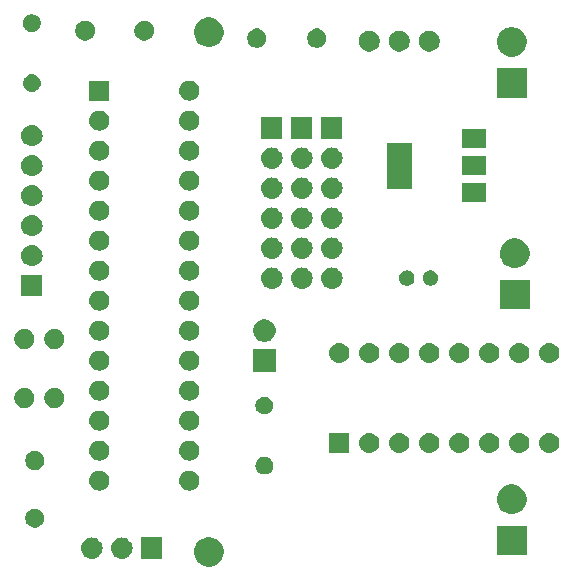
<source format=gbs>
G04 #@! TF.GenerationSoftware,KiCad,Pcbnew,(5.1.4)-1*
G04 #@! TF.CreationDate,2019-09-25T21:42:56+02:00*
G04 #@! TF.ProjectId,MicoBot1,4d69636f-426f-4743-912e-6b696361645f,rev?*
G04 #@! TF.SameCoordinates,Original*
G04 #@! TF.FileFunction,Soldermask,Bot*
G04 #@! TF.FilePolarity,Negative*
%FSLAX46Y46*%
G04 Gerber Fmt 4.6, Leading zero omitted, Abs format (unit mm)*
G04 Created by KiCad (PCBNEW (5.1.4)-1) date 2019-09-25 21:42:56*
%MOMM*%
%LPD*%
G04 APERTURE LIST*
%ADD10C,0.100000*%
G04 APERTURE END LIST*
D10*
G36*
X118864712Y-145797037D02*
G01*
X118864903Y-145797075D01*
X119092571Y-145891378D01*
X119297466Y-146028285D01*
X119471715Y-146202534D01*
X119608622Y-146407429D01*
X119608623Y-146407431D01*
X119702925Y-146635097D01*
X119747985Y-146861627D01*
X119751000Y-146876787D01*
X119751000Y-147123213D01*
X119702925Y-147364903D01*
X119608622Y-147592571D01*
X119471715Y-147797466D01*
X119297466Y-147971715D01*
X119092571Y-148108622D01*
X119092570Y-148108623D01*
X119092569Y-148108623D01*
X118864903Y-148202925D01*
X118623214Y-148251000D01*
X118376786Y-148251000D01*
X118135097Y-148202925D01*
X117907431Y-148108623D01*
X117907430Y-148108623D01*
X117907429Y-148108622D01*
X117702534Y-147971715D01*
X117528285Y-147797466D01*
X117391378Y-147592571D01*
X117297075Y-147364903D01*
X117249000Y-147123213D01*
X117249000Y-146876787D01*
X117252016Y-146861627D01*
X117297075Y-146635097D01*
X117391377Y-146407431D01*
X117391378Y-146407429D01*
X117528285Y-146202534D01*
X117702534Y-146028285D01*
X117907429Y-145891378D01*
X118135097Y-145797075D01*
X118135288Y-145797037D01*
X118376786Y-145749000D01*
X118623214Y-145749000D01*
X118864712Y-145797037D01*
X118864712Y-145797037D01*
G37*
G36*
X114566000Y-147586000D02*
G01*
X112764000Y-147586000D01*
X112764000Y-145784000D01*
X114566000Y-145784000D01*
X114566000Y-147586000D01*
X114566000Y-147586000D01*
G37*
G36*
X111235443Y-145790519D02*
G01*
X111301627Y-145797037D01*
X111471466Y-145848557D01*
X111627991Y-145932222D01*
X111663729Y-145961552D01*
X111765186Y-146044814D01*
X111848448Y-146146271D01*
X111877778Y-146182009D01*
X111961443Y-146338534D01*
X112012963Y-146508373D01*
X112030359Y-146685000D01*
X112012963Y-146861627D01*
X111961443Y-147031466D01*
X111877778Y-147187991D01*
X111848448Y-147223729D01*
X111765186Y-147325186D01*
X111663729Y-147408448D01*
X111627991Y-147437778D01*
X111471466Y-147521443D01*
X111301627Y-147572963D01*
X111235443Y-147579481D01*
X111169260Y-147586000D01*
X111080740Y-147586000D01*
X111014557Y-147579481D01*
X110948373Y-147572963D01*
X110778534Y-147521443D01*
X110622009Y-147437778D01*
X110586271Y-147408448D01*
X110484814Y-147325186D01*
X110401552Y-147223729D01*
X110372222Y-147187991D01*
X110288557Y-147031466D01*
X110237037Y-146861627D01*
X110219641Y-146685000D01*
X110237037Y-146508373D01*
X110288557Y-146338534D01*
X110372222Y-146182009D01*
X110401552Y-146146271D01*
X110484814Y-146044814D01*
X110586271Y-145961552D01*
X110622009Y-145932222D01*
X110778534Y-145848557D01*
X110948373Y-145797037D01*
X111014557Y-145790519D01*
X111080740Y-145784000D01*
X111169260Y-145784000D01*
X111235443Y-145790519D01*
X111235443Y-145790519D01*
G37*
G36*
X108695443Y-145790519D02*
G01*
X108761627Y-145797037D01*
X108931466Y-145848557D01*
X109087991Y-145932222D01*
X109123729Y-145961552D01*
X109225186Y-146044814D01*
X109308448Y-146146271D01*
X109337778Y-146182009D01*
X109421443Y-146338534D01*
X109472963Y-146508373D01*
X109490359Y-146685000D01*
X109472963Y-146861627D01*
X109421443Y-147031466D01*
X109337778Y-147187991D01*
X109308448Y-147223729D01*
X109225186Y-147325186D01*
X109123729Y-147408448D01*
X109087991Y-147437778D01*
X108931466Y-147521443D01*
X108761627Y-147572963D01*
X108695443Y-147579481D01*
X108629260Y-147586000D01*
X108540740Y-147586000D01*
X108474557Y-147579481D01*
X108408373Y-147572963D01*
X108238534Y-147521443D01*
X108082009Y-147437778D01*
X108046271Y-147408448D01*
X107944814Y-147325186D01*
X107861552Y-147223729D01*
X107832222Y-147187991D01*
X107748557Y-147031466D01*
X107697037Y-146861627D01*
X107679641Y-146685000D01*
X107697037Y-146508373D01*
X107748557Y-146338534D01*
X107832222Y-146182009D01*
X107861552Y-146146271D01*
X107944814Y-146044814D01*
X108046271Y-145961552D01*
X108082009Y-145932222D01*
X108238534Y-145848557D01*
X108408373Y-145797037D01*
X108474557Y-145790519D01*
X108540740Y-145784000D01*
X108629260Y-145784000D01*
X108695443Y-145790519D01*
X108695443Y-145790519D01*
G37*
G36*
X145396000Y-147301000D02*
G01*
X142894000Y-147301000D01*
X142894000Y-144799000D01*
X145396000Y-144799000D01*
X145396000Y-147301000D01*
X145396000Y-147301000D01*
G37*
G36*
X103992642Y-143374781D02*
G01*
X104138414Y-143435162D01*
X104138416Y-143435163D01*
X104269608Y-143522822D01*
X104381178Y-143634392D01*
X104468837Y-143765584D01*
X104468838Y-143765586D01*
X104529219Y-143911358D01*
X104560000Y-144066107D01*
X104560000Y-144223893D01*
X104529219Y-144378642D01*
X104468838Y-144524414D01*
X104468837Y-144524416D01*
X104381178Y-144655608D01*
X104269608Y-144767178D01*
X104138416Y-144854837D01*
X104138415Y-144854838D01*
X104138414Y-144854838D01*
X103992642Y-144915219D01*
X103837893Y-144946000D01*
X103680107Y-144946000D01*
X103525358Y-144915219D01*
X103379586Y-144854838D01*
X103379585Y-144854838D01*
X103379584Y-144854837D01*
X103248392Y-144767178D01*
X103136822Y-144655608D01*
X103049163Y-144524416D01*
X103049162Y-144524414D01*
X102988781Y-144378642D01*
X102958000Y-144223893D01*
X102958000Y-144066107D01*
X102988781Y-143911358D01*
X103049162Y-143765586D01*
X103049163Y-143765584D01*
X103136822Y-143634392D01*
X103248392Y-143522822D01*
X103379584Y-143435163D01*
X103379586Y-143435162D01*
X103525358Y-143374781D01*
X103680107Y-143344000D01*
X103837893Y-143344000D01*
X103992642Y-143374781D01*
X103992642Y-143374781D01*
G37*
G36*
X144509903Y-141347075D02*
G01*
X144737571Y-141441378D01*
X144942466Y-141578285D01*
X145116715Y-141752534D01*
X145253622Y-141957429D01*
X145347925Y-142185097D01*
X145396000Y-142426787D01*
X145396000Y-142673213D01*
X145347925Y-142914903D01*
X145253622Y-143142571D01*
X145116715Y-143347466D01*
X144942466Y-143521715D01*
X144737571Y-143658622D01*
X144737570Y-143658623D01*
X144737569Y-143658623D01*
X144509903Y-143752925D01*
X144268214Y-143801000D01*
X144021786Y-143801000D01*
X143780097Y-143752925D01*
X143552431Y-143658623D01*
X143552430Y-143658623D01*
X143552429Y-143658622D01*
X143347534Y-143521715D01*
X143173285Y-143347466D01*
X143036378Y-143142571D01*
X142942075Y-142914903D01*
X142894000Y-142673213D01*
X142894000Y-142426787D01*
X142942075Y-142185097D01*
X143036378Y-141957429D01*
X143173285Y-141752534D01*
X143347534Y-141578285D01*
X143552429Y-141441378D01*
X143780097Y-141347075D01*
X144021786Y-141299000D01*
X144268214Y-141299000D01*
X144509903Y-141347075D01*
X144509903Y-141347075D01*
G37*
G36*
X117006823Y-140131313D02*
G01*
X117167242Y-140179976D01*
X117267578Y-140233607D01*
X117315078Y-140258996D01*
X117444659Y-140365341D01*
X117551004Y-140494922D01*
X117551005Y-140494924D01*
X117630024Y-140642758D01*
X117678687Y-140803177D01*
X117695117Y-140970000D01*
X117678687Y-141136823D01*
X117630024Y-141297242D01*
X117559114Y-141429906D01*
X117551004Y-141445078D01*
X117444659Y-141574659D01*
X117315078Y-141681004D01*
X117315076Y-141681005D01*
X117167242Y-141760024D01*
X117006823Y-141808687D01*
X116881804Y-141821000D01*
X116798196Y-141821000D01*
X116673177Y-141808687D01*
X116512758Y-141760024D01*
X116364924Y-141681005D01*
X116364922Y-141681004D01*
X116235341Y-141574659D01*
X116128996Y-141445078D01*
X116120886Y-141429906D01*
X116049976Y-141297242D01*
X116001313Y-141136823D01*
X115984883Y-140970000D01*
X116001313Y-140803177D01*
X116049976Y-140642758D01*
X116128995Y-140494924D01*
X116128996Y-140494922D01*
X116235341Y-140365341D01*
X116364922Y-140258996D01*
X116412422Y-140233607D01*
X116512758Y-140179976D01*
X116673177Y-140131313D01*
X116798196Y-140119000D01*
X116881804Y-140119000D01*
X117006823Y-140131313D01*
X117006823Y-140131313D01*
G37*
G36*
X109386823Y-140131313D02*
G01*
X109547242Y-140179976D01*
X109647578Y-140233607D01*
X109695078Y-140258996D01*
X109824659Y-140365341D01*
X109931004Y-140494922D01*
X109931005Y-140494924D01*
X110010024Y-140642758D01*
X110058687Y-140803177D01*
X110075117Y-140970000D01*
X110058687Y-141136823D01*
X110010024Y-141297242D01*
X109939114Y-141429906D01*
X109931004Y-141445078D01*
X109824659Y-141574659D01*
X109695078Y-141681004D01*
X109695076Y-141681005D01*
X109547242Y-141760024D01*
X109386823Y-141808687D01*
X109261804Y-141821000D01*
X109178196Y-141821000D01*
X109053177Y-141808687D01*
X108892758Y-141760024D01*
X108744924Y-141681005D01*
X108744922Y-141681004D01*
X108615341Y-141574659D01*
X108508996Y-141445078D01*
X108500886Y-141429906D01*
X108429976Y-141297242D01*
X108381313Y-141136823D01*
X108364883Y-140970000D01*
X108381313Y-140803177D01*
X108429976Y-140642758D01*
X108508995Y-140494924D01*
X108508996Y-140494922D01*
X108615341Y-140365341D01*
X108744922Y-140258996D01*
X108792422Y-140233607D01*
X108892758Y-140179976D01*
X109053177Y-140131313D01*
X109178196Y-140119000D01*
X109261804Y-140119000D01*
X109386823Y-140131313D01*
X109386823Y-140131313D01*
G37*
G36*
X123263665Y-138952622D02*
G01*
X123337222Y-138959867D01*
X123478786Y-139002810D01*
X123609252Y-139072546D01*
X123639040Y-139096992D01*
X123723607Y-139166393D01*
X123793008Y-139250960D01*
X123817454Y-139280748D01*
X123887190Y-139411214D01*
X123930133Y-139552778D01*
X123944633Y-139700000D01*
X123930133Y-139847222D01*
X123887190Y-139988786D01*
X123817454Y-140119252D01*
X123807555Y-140131314D01*
X123723607Y-140233607D01*
X123639040Y-140303008D01*
X123609252Y-140327454D01*
X123478786Y-140397190D01*
X123337222Y-140440133D01*
X123263665Y-140447378D01*
X123226888Y-140451000D01*
X123153112Y-140451000D01*
X123116335Y-140447378D01*
X123042778Y-140440133D01*
X122901214Y-140397190D01*
X122770748Y-140327454D01*
X122740960Y-140303008D01*
X122656393Y-140233607D01*
X122572445Y-140131314D01*
X122562546Y-140119252D01*
X122492810Y-139988786D01*
X122449867Y-139847222D01*
X122435367Y-139700000D01*
X122449867Y-139552778D01*
X122492810Y-139411214D01*
X122562546Y-139280748D01*
X122586992Y-139250960D01*
X122656393Y-139166393D01*
X122740960Y-139096992D01*
X122770748Y-139072546D01*
X122901214Y-139002810D01*
X123042778Y-138959867D01*
X123116335Y-138952622D01*
X123153112Y-138949000D01*
X123226888Y-138949000D01*
X123263665Y-138952622D01*
X123263665Y-138952622D01*
G37*
G36*
X103992642Y-138494781D02*
G01*
X104138414Y-138555162D01*
X104138416Y-138555163D01*
X104269608Y-138642822D01*
X104381178Y-138754392D01*
X104383080Y-138757239D01*
X104468838Y-138885586D01*
X104529219Y-139031358D01*
X104560000Y-139186107D01*
X104560000Y-139343893D01*
X104529219Y-139498642D01*
X104506795Y-139552778D01*
X104468837Y-139644416D01*
X104381178Y-139775608D01*
X104269608Y-139887178D01*
X104138416Y-139974837D01*
X104138415Y-139974838D01*
X104138414Y-139974838D01*
X103992642Y-140035219D01*
X103837893Y-140066000D01*
X103680107Y-140066000D01*
X103525358Y-140035219D01*
X103379586Y-139974838D01*
X103379585Y-139974838D01*
X103379584Y-139974837D01*
X103248392Y-139887178D01*
X103136822Y-139775608D01*
X103049163Y-139644416D01*
X103011205Y-139552778D01*
X102988781Y-139498642D01*
X102958000Y-139343893D01*
X102958000Y-139186107D01*
X102988781Y-139031358D01*
X103049162Y-138885586D01*
X103134920Y-138757239D01*
X103136822Y-138754392D01*
X103248392Y-138642822D01*
X103379584Y-138555163D01*
X103379586Y-138555162D01*
X103525358Y-138494781D01*
X103680107Y-138464000D01*
X103837893Y-138464000D01*
X103992642Y-138494781D01*
X103992642Y-138494781D01*
G37*
G36*
X117006823Y-137591313D02*
G01*
X117167242Y-137639976D01*
X117299906Y-137710886D01*
X117315078Y-137718996D01*
X117444659Y-137825341D01*
X117551004Y-137954922D01*
X117551005Y-137954924D01*
X117630024Y-138102758D01*
X117678687Y-138263177D01*
X117695117Y-138430000D01*
X117678687Y-138596823D01*
X117630024Y-138757242D01*
X117561424Y-138885584D01*
X117551004Y-138905078D01*
X117444659Y-139034659D01*
X117315078Y-139141004D01*
X117315076Y-139141005D01*
X117167242Y-139220024D01*
X117006823Y-139268687D01*
X116881804Y-139281000D01*
X116798196Y-139281000D01*
X116673177Y-139268687D01*
X116512758Y-139220024D01*
X116364924Y-139141005D01*
X116364922Y-139141004D01*
X116235341Y-139034659D01*
X116128996Y-138905078D01*
X116118576Y-138885584D01*
X116049976Y-138757242D01*
X116001313Y-138596823D01*
X115984883Y-138430000D01*
X116001313Y-138263177D01*
X116049976Y-138102758D01*
X116128995Y-137954924D01*
X116128996Y-137954922D01*
X116235341Y-137825341D01*
X116364922Y-137718996D01*
X116380094Y-137710886D01*
X116512758Y-137639976D01*
X116673177Y-137591313D01*
X116798196Y-137579000D01*
X116881804Y-137579000D01*
X117006823Y-137591313D01*
X117006823Y-137591313D01*
G37*
G36*
X109386823Y-137591313D02*
G01*
X109547242Y-137639976D01*
X109679906Y-137710886D01*
X109695078Y-137718996D01*
X109824659Y-137825341D01*
X109931004Y-137954922D01*
X109931005Y-137954924D01*
X110010024Y-138102758D01*
X110058687Y-138263177D01*
X110075117Y-138430000D01*
X110058687Y-138596823D01*
X110010024Y-138757242D01*
X109941424Y-138885584D01*
X109931004Y-138905078D01*
X109824659Y-139034659D01*
X109695078Y-139141004D01*
X109695076Y-139141005D01*
X109547242Y-139220024D01*
X109386823Y-139268687D01*
X109261804Y-139281000D01*
X109178196Y-139281000D01*
X109053177Y-139268687D01*
X108892758Y-139220024D01*
X108744924Y-139141005D01*
X108744922Y-139141004D01*
X108615341Y-139034659D01*
X108508996Y-138905078D01*
X108498576Y-138885584D01*
X108429976Y-138757242D01*
X108381313Y-138596823D01*
X108364883Y-138430000D01*
X108381313Y-138263177D01*
X108429976Y-138102758D01*
X108508995Y-137954924D01*
X108508996Y-137954922D01*
X108615341Y-137825341D01*
X108744922Y-137718996D01*
X108760094Y-137710886D01*
X108892758Y-137639976D01*
X109053177Y-137591313D01*
X109178196Y-137579000D01*
X109261804Y-137579000D01*
X109386823Y-137591313D01*
X109386823Y-137591313D01*
G37*
G36*
X139866823Y-136956313D02*
G01*
X140027242Y-137004976D01*
X140159906Y-137075886D01*
X140175078Y-137083996D01*
X140304659Y-137190341D01*
X140411004Y-137319922D01*
X140411005Y-137319924D01*
X140490024Y-137467758D01*
X140538687Y-137628177D01*
X140555117Y-137795000D01*
X140538687Y-137961823D01*
X140490024Y-138122242D01*
X140419114Y-138254906D01*
X140411004Y-138270078D01*
X140304659Y-138399659D01*
X140175078Y-138506004D01*
X140175076Y-138506005D01*
X140027242Y-138585024D01*
X139866823Y-138633687D01*
X139741804Y-138646000D01*
X139658196Y-138646000D01*
X139533177Y-138633687D01*
X139372758Y-138585024D01*
X139224924Y-138506005D01*
X139224922Y-138506004D01*
X139095341Y-138399659D01*
X138988996Y-138270078D01*
X138980886Y-138254906D01*
X138909976Y-138122242D01*
X138861313Y-137961823D01*
X138844883Y-137795000D01*
X138861313Y-137628177D01*
X138909976Y-137467758D01*
X138988995Y-137319924D01*
X138988996Y-137319922D01*
X139095341Y-137190341D01*
X139224922Y-137083996D01*
X139240094Y-137075886D01*
X139372758Y-137004976D01*
X139533177Y-136956313D01*
X139658196Y-136944000D01*
X139741804Y-136944000D01*
X139866823Y-136956313D01*
X139866823Y-136956313D01*
G37*
G36*
X130391000Y-138646000D02*
G01*
X128689000Y-138646000D01*
X128689000Y-136944000D01*
X130391000Y-136944000D01*
X130391000Y-138646000D01*
X130391000Y-138646000D01*
G37*
G36*
X132246823Y-136956313D02*
G01*
X132407242Y-137004976D01*
X132539906Y-137075886D01*
X132555078Y-137083996D01*
X132684659Y-137190341D01*
X132791004Y-137319922D01*
X132791005Y-137319924D01*
X132870024Y-137467758D01*
X132918687Y-137628177D01*
X132935117Y-137795000D01*
X132918687Y-137961823D01*
X132870024Y-138122242D01*
X132799114Y-138254906D01*
X132791004Y-138270078D01*
X132684659Y-138399659D01*
X132555078Y-138506004D01*
X132555076Y-138506005D01*
X132407242Y-138585024D01*
X132246823Y-138633687D01*
X132121804Y-138646000D01*
X132038196Y-138646000D01*
X131913177Y-138633687D01*
X131752758Y-138585024D01*
X131604924Y-138506005D01*
X131604922Y-138506004D01*
X131475341Y-138399659D01*
X131368996Y-138270078D01*
X131360886Y-138254906D01*
X131289976Y-138122242D01*
X131241313Y-137961823D01*
X131224883Y-137795000D01*
X131241313Y-137628177D01*
X131289976Y-137467758D01*
X131368995Y-137319924D01*
X131368996Y-137319922D01*
X131475341Y-137190341D01*
X131604922Y-137083996D01*
X131620094Y-137075886D01*
X131752758Y-137004976D01*
X131913177Y-136956313D01*
X132038196Y-136944000D01*
X132121804Y-136944000D01*
X132246823Y-136956313D01*
X132246823Y-136956313D01*
G37*
G36*
X134786823Y-136956313D02*
G01*
X134947242Y-137004976D01*
X135079906Y-137075886D01*
X135095078Y-137083996D01*
X135224659Y-137190341D01*
X135331004Y-137319922D01*
X135331005Y-137319924D01*
X135410024Y-137467758D01*
X135458687Y-137628177D01*
X135475117Y-137795000D01*
X135458687Y-137961823D01*
X135410024Y-138122242D01*
X135339114Y-138254906D01*
X135331004Y-138270078D01*
X135224659Y-138399659D01*
X135095078Y-138506004D01*
X135095076Y-138506005D01*
X134947242Y-138585024D01*
X134786823Y-138633687D01*
X134661804Y-138646000D01*
X134578196Y-138646000D01*
X134453177Y-138633687D01*
X134292758Y-138585024D01*
X134144924Y-138506005D01*
X134144922Y-138506004D01*
X134015341Y-138399659D01*
X133908996Y-138270078D01*
X133900886Y-138254906D01*
X133829976Y-138122242D01*
X133781313Y-137961823D01*
X133764883Y-137795000D01*
X133781313Y-137628177D01*
X133829976Y-137467758D01*
X133908995Y-137319924D01*
X133908996Y-137319922D01*
X134015341Y-137190341D01*
X134144922Y-137083996D01*
X134160094Y-137075886D01*
X134292758Y-137004976D01*
X134453177Y-136956313D01*
X134578196Y-136944000D01*
X134661804Y-136944000D01*
X134786823Y-136956313D01*
X134786823Y-136956313D01*
G37*
G36*
X142406823Y-136956313D02*
G01*
X142567242Y-137004976D01*
X142699906Y-137075886D01*
X142715078Y-137083996D01*
X142844659Y-137190341D01*
X142951004Y-137319922D01*
X142951005Y-137319924D01*
X143030024Y-137467758D01*
X143078687Y-137628177D01*
X143095117Y-137795000D01*
X143078687Y-137961823D01*
X143030024Y-138122242D01*
X142959114Y-138254906D01*
X142951004Y-138270078D01*
X142844659Y-138399659D01*
X142715078Y-138506004D01*
X142715076Y-138506005D01*
X142567242Y-138585024D01*
X142406823Y-138633687D01*
X142281804Y-138646000D01*
X142198196Y-138646000D01*
X142073177Y-138633687D01*
X141912758Y-138585024D01*
X141764924Y-138506005D01*
X141764922Y-138506004D01*
X141635341Y-138399659D01*
X141528996Y-138270078D01*
X141520886Y-138254906D01*
X141449976Y-138122242D01*
X141401313Y-137961823D01*
X141384883Y-137795000D01*
X141401313Y-137628177D01*
X141449976Y-137467758D01*
X141528995Y-137319924D01*
X141528996Y-137319922D01*
X141635341Y-137190341D01*
X141764922Y-137083996D01*
X141780094Y-137075886D01*
X141912758Y-137004976D01*
X142073177Y-136956313D01*
X142198196Y-136944000D01*
X142281804Y-136944000D01*
X142406823Y-136956313D01*
X142406823Y-136956313D01*
G37*
G36*
X147486823Y-136956313D02*
G01*
X147647242Y-137004976D01*
X147779906Y-137075886D01*
X147795078Y-137083996D01*
X147924659Y-137190341D01*
X148031004Y-137319922D01*
X148031005Y-137319924D01*
X148110024Y-137467758D01*
X148158687Y-137628177D01*
X148175117Y-137795000D01*
X148158687Y-137961823D01*
X148110024Y-138122242D01*
X148039114Y-138254906D01*
X148031004Y-138270078D01*
X147924659Y-138399659D01*
X147795078Y-138506004D01*
X147795076Y-138506005D01*
X147647242Y-138585024D01*
X147486823Y-138633687D01*
X147361804Y-138646000D01*
X147278196Y-138646000D01*
X147153177Y-138633687D01*
X146992758Y-138585024D01*
X146844924Y-138506005D01*
X146844922Y-138506004D01*
X146715341Y-138399659D01*
X146608996Y-138270078D01*
X146600886Y-138254906D01*
X146529976Y-138122242D01*
X146481313Y-137961823D01*
X146464883Y-137795000D01*
X146481313Y-137628177D01*
X146529976Y-137467758D01*
X146608995Y-137319924D01*
X146608996Y-137319922D01*
X146715341Y-137190341D01*
X146844922Y-137083996D01*
X146860094Y-137075886D01*
X146992758Y-137004976D01*
X147153177Y-136956313D01*
X147278196Y-136944000D01*
X147361804Y-136944000D01*
X147486823Y-136956313D01*
X147486823Y-136956313D01*
G37*
G36*
X137326823Y-136956313D02*
G01*
X137487242Y-137004976D01*
X137619906Y-137075886D01*
X137635078Y-137083996D01*
X137764659Y-137190341D01*
X137871004Y-137319922D01*
X137871005Y-137319924D01*
X137950024Y-137467758D01*
X137998687Y-137628177D01*
X138015117Y-137795000D01*
X137998687Y-137961823D01*
X137950024Y-138122242D01*
X137879114Y-138254906D01*
X137871004Y-138270078D01*
X137764659Y-138399659D01*
X137635078Y-138506004D01*
X137635076Y-138506005D01*
X137487242Y-138585024D01*
X137326823Y-138633687D01*
X137201804Y-138646000D01*
X137118196Y-138646000D01*
X136993177Y-138633687D01*
X136832758Y-138585024D01*
X136684924Y-138506005D01*
X136684922Y-138506004D01*
X136555341Y-138399659D01*
X136448996Y-138270078D01*
X136440886Y-138254906D01*
X136369976Y-138122242D01*
X136321313Y-137961823D01*
X136304883Y-137795000D01*
X136321313Y-137628177D01*
X136369976Y-137467758D01*
X136448995Y-137319924D01*
X136448996Y-137319922D01*
X136555341Y-137190341D01*
X136684922Y-137083996D01*
X136700094Y-137075886D01*
X136832758Y-137004976D01*
X136993177Y-136956313D01*
X137118196Y-136944000D01*
X137201804Y-136944000D01*
X137326823Y-136956313D01*
X137326823Y-136956313D01*
G37*
G36*
X144946823Y-136956313D02*
G01*
X145107242Y-137004976D01*
X145239906Y-137075886D01*
X145255078Y-137083996D01*
X145384659Y-137190341D01*
X145491004Y-137319922D01*
X145491005Y-137319924D01*
X145570024Y-137467758D01*
X145618687Y-137628177D01*
X145635117Y-137795000D01*
X145618687Y-137961823D01*
X145570024Y-138122242D01*
X145499114Y-138254906D01*
X145491004Y-138270078D01*
X145384659Y-138399659D01*
X145255078Y-138506004D01*
X145255076Y-138506005D01*
X145107242Y-138585024D01*
X144946823Y-138633687D01*
X144821804Y-138646000D01*
X144738196Y-138646000D01*
X144613177Y-138633687D01*
X144452758Y-138585024D01*
X144304924Y-138506005D01*
X144304922Y-138506004D01*
X144175341Y-138399659D01*
X144068996Y-138270078D01*
X144060886Y-138254906D01*
X143989976Y-138122242D01*
X143941313Y-137961823D01*
X143924883Y-137795000D01*
X143941313Y-137628177D01*
X143989976Y-137467758D01*
X144068995Y-137319924D01*
X144068996Y-137319922D01*
X144175341Y-137190341D01*
X144304922Y-137083996D01*
X144320094Y-137075886D01*
X144452758Y-137004976D01*
X144613177Y-136956313D01*
X144738196Y-136944000D01*
X144821804Y-136944000D01*
X144946823Y-136956313D01*
X144946823Y-136956313D01*
G37*
G36*
X117006823Y-135051313D02*
G01*
X117137380Y-135090917D01*
X117163145Y-135098733D01*
X117167242Y-135099976D01*
X117299906Y-135170886D01*
X117315078Y-135178996D01*
X117444659Y-135285341D01*
X117551004Y-135414922D01*
X117551005Y-135414924D01*
X117630024Y-135562758D01*
X117678687Y-135723177D01*
X117695117Y-135890000D01*
X117678687Y-136056823D01*
X117630024Y-136217242D01*
X117559114Y-136349906D01*
X117551004Y-136365078D01*
X117444659Y-136494659D01*
X117315078Y-136601004D01*
X117315076Y-136601005D01*
X117167242Y-136680024D01*
X117006823Y-136728687D01*
X116881804Y-136741000D01*
X116798196Y-136741000D01*
X116673177Y-136728687D01*
X116512758Y-136680024D01*
X116364924Y-136601005D01*
X116364922Y-136601004D01*
X116235341Y-136494659D01*
X116128996Y-136365078D01*
X116120886Y-136349906D01*
X116049976Y-136217242D01*
X116001313Y-136056823D01*
X115984883Y-135890000D01*
X116001313Y-135723177D01*
X116049976Y-135562758D01*
X116128995Y-135414924D01*
X116128996Y-135414922D01*
X116235341Y-135285341D01*
X116364922Y-135178996D01*
X116380094Y-135170886D01*
X116512758Y-135099976D01*
X116516856Y-135098733D01*
X116542620Y-135090917D01*
X116673177Y-135051313D01*
X116798196Y-135039000D01*
X116881804Y-135039000D01*
X117006823Y-135051313D01*
X117006823Y-135051313D01*
G37*
G36*
X109386823Y-135051313D02*
G01*
X109517380Y-135090917D01*
X109543145Y-135098733D01*
X109547242Y-135099976D01*
X109679906Y-135170886D01*
X109695078Y-135178996D01*
X109824659Y-135285341D01*
X109931004Y-135414922D01*
X109931005Y-135414924D01*
X110010024Y-135562758D01*
X110058687Y-135723177D01*
X110075117Y-135890000D01*
X110058687Y-136056823D01*
X110010024Y-136217242D01*
X109939114Y-136349906D01*
X109931004Y-136365078D01*
X109824659Y-136494659D01*
X109695078Y-136601004D01*
X109695076Y-136601005D01*
X109547242Y-136680024D01*
X109386823Y-136728687D01*
X109261804Y-136741000D01*
X109178196Y-136741000D01*
X109053177Y-136728687D01*
X108892758Y-136680024D01*
X108744924Y-136601005D01*
X108744922Y-136601004D01*
X108615341Y-136494659D01*
X108508996Y-136365078D01*
X108500886Y-136349906D01*
X108429976Y-136217242D01*
X108381313Y-136056823D01*
X108364883Y-135890000D01*
X108381313Y-135723177D01*
X108429976Y-135562758D01*
X108508995Y-135414924D01*
X108508996Y-135414922D01*
X108615341Y-135285341D01*
X108744922Y-135178996D01*
X108760094Y-135170886D01*
X108892758Y-135099976D01*
X108896856Y-135098733D01*
X108922620Y-135090917D01*
X109053177Y-135051313D01*
X109178196Y-135039000D01*
X109261804Y-135039000D01*
X109386823Y-135051313D01*
X109386823Y-135051313D01*
G37*
G36*
X123409059Y-133897860D02*
G01*
X123545732Y-133954472D01*
X123668735Y-134036660D01*
X123773340Y-134141265D01*
X123855528Y-134264268D01*
X123912140Y-134400941D01*
X123941000Y-134546033D01*
X123941000Y-134693967D01*
X123912140Y-134839059D01*
X123855528Y-134975732D01*
X123773340Y-135098735D01*
X123668735Y-135203340D01*
X123545732Y-135285528D01*
X123545731Y-135285529D01*
X123545730Y-135285529D01*
X123409059Y-135342140D01*
X123263968Y-135371000D01*
X123116032Y-135371000D01*
X122970941Y-135342140D01*
X122834270Y-135285529D01*
X122834269Y-135285529D01*
X122834268Y-135285528D01*
X122711265Y-135203340D01*
X122606660Y-135098735D01*
X122524472Y-134975732D01*
X122467860Y-134839059D01*
X122439000Y-134693967D01*
X122439000Y-134546033D01*
X122467860Y-134400941D01*
X122524472Y-134264268D01*
X122606660Y-134141265D01*
X122711265Y-134036660D01*
X122834268Y-133954472D01*
X122970941Y-133897860D01*
X123116032Y-133869000D01*
X123263968Y-133869000D01*
X123409059Y-133897860D01*
X123409059Y-133897860D01*
G37*
G36*
X103118228Y-133166703D02*
G01*
X103273100Y-133230853D01*
X103412481Y-133323985D01*
X103531015Y-133442519D01*
X103624147Y-133581900D01*
X103688297Y-133736772D01*
X103721000Y-133901184D01*
X103721000Y-134068816D01*
X103688297Y-134233228D01*
X103624147Y-134388100D01*
X103531015Y-134527481D01*
X103412481Y-134646015D01*
X103273100Y-134739147D01*
X103118228Y-134803297D01*
X102953816Y-134836000D01*
X102786184Y-134836000D01*
X102621772Y-134803297D01*
X102466900Y-134739147D01*
X102327519Y-134646015D01*
X102208985Y-134527481D01*
X102115853Y-134388100D01*
X102051703Y-134233228D01*
X102019000Y-134068816D01*
X102019000Y-133901184D01*
X102051703Y-133736772D01*
X102115853Y-133581900D01*
X102208985Y-133442519D01*
X102327519Y-133323985D01*
X102466900Y-133230853D01*
X102621772Y-133166703D01*
X102786184Y-133134000D01*
X102953816Y-133134000D01*
X103118228Y-133166703D01*
X103118228Y-133166703D01*
G37*
G36*
X105658228Y-133166703D02*
G01*
X105813100Y-133230853D01*
X105952481Y-133323985D01*
X106071015Y-133442519D01*
X106164147Y-133581900D01*
X106228297Y-133736772D01*
X106261000Y-133901184D01*
X106261000Y-134068816D01*
X106228297Y-134233228D01*
X106164147Y-134388100D01*
X106071015Y-134527481D01*
X105952481Y-134646015D01*
X105813100Y-134739147D01*
X105658228Y-134803297D01*
X105493816Y-134836000D01*
X105326184Y-134836000D01*
X105161772Y-134803297D01*
X105006900Y-134739147D01*
X104867519Y-134646015D01*
X104748985Y-134527481D01*
X104655853Y-134388100D01*
X104591703Y-134233228D01*
X104559000Y-134068816D01*
X104559000Y-133901184D01*
X104591703Y-133736772D01*
X104655853Y-133581900D01*
X104748985Y-133442519D01*
X104867519Y-133323985D01*
X105006900Y-133230853D01*
X105161772Y-133166703D01*
X105326184Y-133134000D01*
X105493816Y-133134000D01*
X105658228Y-133166703D01*
X105658228Y-133166703D01*
G37*
G36*
X117006823Y-132511313D02*
G01*
X117167242Y-132559976D01*
X117299906Y-132630886D01*
X117315078Y-132638996D01*
X117444659Y-132745341D01*
X117551004Y-132874922D01*
X117551005Y-132874924D01*
X117630024Y-133022758D01*
X117678687Y-133183177D01*
X117695117Y-133350000D01*
X117678687Y-133516823D01*
X117630024Y-133677242D01*
X117559114Y-133809906D01*
X117551004Y-133825078D01*
X117444659Y-133954659D01*
X117315078Y-134061004D01*
X117315076Y-134061005D01*
X117167242Y-134140024D01*
X117167239Y-134140025D01*
X117137380Y-134149083D01*
X117006823Y-134188687D01*
X116881804Y-134201000D01*
X116798196Y-134201000D01*
X116673177Y-134188687D01*
X116542620Y-134149083D01*
X116512761Y-134140025D01*
X116512758Y-134140024D01*
X116364924Y-134061005D01*
X116364922Y-134061004D01*
X116235341Y-133954659D01*
X116128996Y-133825078D01*
X116120886Y-133809906D01*
X116049976Y-133677242D01*
X116001313Y-133516823D01*
X115984883Y-133350000D01*
X116001313Y-133183177D01*
X116049976Y-133022758D01*
X116128995Y-132874924D01*
X116128996Y-132874922D01*
X116235341Y-132745341D01*
X116364922Y-132638996D01*
X116380094Y-132630886D01*
X116512758Y-132559976D01*
X116673177Y-132511313D01*
X116798196Y-132499000D01*
X116881804Y-132499000D01*
X117006823Y-132511313D01*
X117006823Y-132511313D01*
G37*
G36*
X109386823Y-132511313D02*
G01*
X109547242Y-132559976D01*
X109679906Y-132630886D01*
X109695078Y-132638996D01*
X109824659Y-132745341D01*
X109931004Y-132874922D01*
X109931005Y-132874924D01*
X110010024Y-133022758D01*
X110058687Y-133183177D01*
X110075117Y-133350000D01*
X110058687Y-133516823D01*
X110010024Y-133677242D01*
X109939114Y-133809906D01*
X109931004Y-133825078D01*
X109824659Y-133954659D01*
X109695078Y-134061004D01*
X109695076Y-134061005D01*
X109547242Y-134140024D01*
X109547239Y-134140025D01*
X109517380Y-134149083D01*
X109386823Y-134188687D01*
X109261804Y-134201000D01*
X109178196Y-134201000D01*
X109053177Y-134188687D01*
X108922620Y-134149083D01*
X108892761Y-134140025D01*
X108892758Y-134140024D01*
X108744924Y-134061005D01*
X108744922Y-134061004D01*
X108615341Y-133954659D01*
X108508996Y-133825078D01*
X108500886Y-133809906D01*
X108429976Y-133677242D01*
X108381313Y-133516823D01*
X108364883Y-133350000D01*
X108381313Y-133183177D01*
X108429976Y-133022758D01*
X108508995Y-132874924D01*
X108508996Y-132874922D01*
X108615341Y-132745341D01*
X108744922Y-132638996D01*
X108760094Y-132630886D01*
X108892758Y-132559976D01*
X109053177Y-132511313D01*
X109178196Y-132499000D01*
X109261804Y-132499000D01*
X109386823Y-132511313D01*
X109386823Y-132511313D01*
G37*
G36*
X124141000Y-131761000D02*
G01*
X122239000Y-131761000D01*
X122239000Y-129859000D01*
X124141000Y-129859000D01*
X124141000Y-131761000D01*
X124141000Y-131761000D01*
G37*
G36*
X109386823Y-129971313D02*
G01*
X109547242Y-130019976D01*
X109679906Y-130090886D01*
X109695078Y-130098996D01*
X109824659Y-130205341D01*
X109931004Y-130334922D01*
X109931005Y-130334924D01*
X110010024Y-130482758D01*
X110058687Y-130643177D01*
X110075117Y-130810000D01*
X110058687Y-130976823D01*
X110010024Y-131137242D01*
X109939114Y-131269906D01*
X109931004Y-131285078D01*
X109824659Y-131414659D01*
X109695078Y-131521004D01*
X109695076Y-131521005D01*
X109547242Y-131600024D01*
X109386823Y-131648687D01*
X109261804Y-131661000D01*
X109178196Y-131661000D01*
X109053177Y-131648687D01*
X108892758Y-131600024D01*
X108744924Y-131521005D01*
X108744922Y-131521004D01*
X108615341Y-131414659D01*
X108508996Y-131285078D01*
X108500886Y-131269906D01*
X108429976Y-131137242D01*
X108381313Y-130976823D01*
X108364883Y-130810000D01*
X108381313Y-130643177D01*
X108429976Y-130482758D01*
X108508995Y-130334924D01*
X108508996Y-130334922D01*
X108615341Y-130205341D01*
X108744922Y-130098996D01*
X108760094Y-130090886D01*
X108892758Y-130019976D01*
X109053177Y-129971313D01*
X109178196Y-129959000D01*
X109261804Y-129959000D01*
X109386823Y-129971313D01*
X109386823Y-129971313D01*
G37*
G36*
X117006823Y-129971313D02*
G01*
X117167242Y-130019976D01*
X117299906Y-130090886D01*
X117315078Y-130098996D01*
X117444659Y-130205341D01*
X117551004Y-130334922D01*
X117551005Y-130334924D01*
X117630024Y-130482758D01*
X117678687Y-130643177D01*
X117695117Y-130810000D01*
X117678687Y-130976823D01*
X117630024Y-131137242D01*
X117559114Y-131269906D01*
X117551004Y-131285078D01*
X117444659Y-131414659D01*
X117315078Y-131521004D01*
X117315076Y-131521005D01*
X117167242Y-131600024D01*
X117006823Y-131648687D01*
X116881804Y-131661000D01*
X116798196Y-131661000D01*
X116673177Y-131648687D01*
X116512758Y-131600024D01*
X116364924Y-131521005D01*
X116364922Y-131521004D01*
X116235341Y-131414659D01*
X116128996Y-131285078D01*
X116120886Y-131269906D01*
X116049976Y-131137242D01*
X116001313Y-130976823D01*
X115984883Y-130810000D01*
X116001313Y-130643177D01*
X116049976Y-130482758D01*
X116128995Y-130334924D01*
X116128996Y-130334922D01*
X116235341Y-130205341D01*
X116364922Y-130098996D01*
X116380094Y-130090886D01*
X116512758Y-130019976D01*
X116673177Y-129971313D01*
X116798196Y-129959000D01*
X116881804Y-129959000D01*
X117006823Y-129971313D01*
X117006823Y-129971313D01*
G37*
G36*
X142406823Y-129336313D02*
G01*
X142567242Y-129384976D01*
X142699906Y-129455886D01*
X142715078Y-129463996D01*
X142844659Y-129570341D01*
X142951004Y-129699922D01*
X142951005Y-129699924D01*
X143030024Y-129847758D01*
X143078687Y-130008177D01*
X143095117Y-130175000D01*
X143078687Y-130341823D01*
X143030024Y-130502242D01*
X142959114Y-130634906D01*
X142951004Y-130650078D01*
X142844659Y-130779659D01*
X142715078Y-130886004D01*
X142715076Y-130886005D01*
X142567242Y-130965024D01*
X142406823Y-131013687D01*
X142281804Y-131026000D01*
X142198196Y-131026000D01*
X142073177Y-131013687D01*
X141912758Y-130965024D01*
X141764924Y-130886005D01*
X141764922Y-130886004D01*
X141635341Y-130779659D01*
X141528996Y-130650078D01*
X141520886Y-130634906D01*
X141449976Y-130502242D01*
X141401313Y-130341823D01*
X141384883Y-130175000D01*
X141401313Y-130008177D01*
X141449976Y-129847758D01*
X141528995Y-129699924D01*
X141528996Y-129699922D01*
X141635341Y-129570341D01*
X141764922Y-129463996D01*
X141780094Y-129455886D01*
X141912758Y-129384976D01*
X142073177Y-129336313D01*
X142198196Y-129324000D01*
X142281804Y-129324000D01*
X142406823Y-129336313D01*
X142406823Y-129336313D01*
G37*
G36*
X129706823Y-129336313D02*
G01*
X129867242Y-129384976D01*
X129999906Y-129455886D01*
X130015078Y-129463996D01*
X130144659Y-129570341D01*
X130251004Y-129699922D01*
X130251005Y-129699924D01*
X130330024Y-129847758D01*
X130378687Y-130008177D01*
X130395117Y-130175000D01*
X130378687Y-130341823D01*
X130330024Y-130502242D01*
X130259114Y-130634906D01*
X130251004Y-130650078D01*
X130144659Y-130779659D01*
X130015078Y-130886004D01*
X130015076Y-130886005D01*
X129867242Y-130965024D01*
X129706823Y-131013687D01*
X129581804Y-131026000D01*
X129498196Y-131026000D01*
X129373177Y-131013687D01*
X129212758Y-130965024D01*
X129064924Y-130886005D01*
X129064922Y-130886004D01*
X128935341Y-130779659D01*
X128828996Y-130650078D01*
X128820886Y-130634906D01*
X128749976Y-130502242D01*
X128701313Y-130341823D01*
X128684883Y-130175000D01*
X128701313Y-130008177D01*
X128749976Y-129847758D01*
X128828995Y-129699924D01*
X128828996Y-129699922D01*
X128935341Y-129570341D01*
X129064922Y-129463996D01*
X129080094Y-129455886D01*
X129212758Y-129384976D01*
X129373177Y-129336313D01*
X129498196Y-129324000D01*
X129581804Y-129324000D01*
X129706823Y-129336313D01*
X129706823Y-129336313D01*
G37*
G36*
X132246823Y-129336313D02*
G01*
X132407242Y-129384976D01*
X132539906Y-129455886D01*
X132555078Y-129463996D01*
X132684659Y-129570341D01*
X132791004Y-129699922D01*
X132791005Y-129699924D01*
X132870024Y-129847758D01*
X132918687Y-130008177D01*
X132935117Y-130175000D01*
X132918687Y-130341823D01*
X132870024Y-130502242D01*
X132799114Y-130634906D01*
X132791004Y-130650078D01*
X132684659Y-130779659D01*
X132555078Y-130886004D01*
X132555076Y-130886005D01*
X132407242Y-130965024D01*
X132246823Y-131013687D01*
X132121804Y-131026000D01*
X132038196Y-131026000D01*
X131913177Y-131013687D01*
X131752758Y-130965024D01*
X131604924Y-130886005D01*
X131604922Y-130886004D01*
X131475341Y-130779659D01*
X131368996Y-130650078D01*
X131360886Y-130634906D01*
X131289976Y-130502242D01*
X131241313Y-130341823D01*
X131224883Y-130175000D01*
X131241313Y-130008177D01*
X131289976Y-129847758D01*
X131368995Y-129699924D01*
X131368996Y-129699922D01*
X131475341Y-129570341D01*
X131604922Y-129463996D01*
X131620094Y-129455886D01*
X131752758Y-129384976D01*
X131913177Y-129336313D01*
X132038196Y-129324000D01*
X132121804Y-129324000D01*
X132246823Y-129336313D01*
X132246823Y-129336313D01*
G37*
G36*
X134786823Y-129336313D02*
G01*
X134947242Y-129384976D01*
X135079906Y-129455886D01*
X135095078Y-129463996D01*
X135224659Y-129570341D01*
X135331004Y-129699922D01*
X135331005Y-129699924D01*
X135410024Y-129847758D01*
X135458687Y-130008177D01*
X135475117Y-130175000D01*
X135458687Y-130341823D01*
X135410024Y-130502242D01*
X135339114Y-130634906D01*
X135331004Y-130650078D01*
X135224659Y-130779659D01*
X135095078Y-130886004D01*
X135095076Y-130886005D01*
X134947242Y-130965024D01*
X134786823Y-131013687D01*
X134661804Y-131026000D01*
X134578196Y-131026000D01*
X134453177Y-131013687D01*
X134292758Y-130965024D01*
X134144924Y-130886005D01*
X134144922Y-130886004D01*
X134015341Y-130779659D01*
X133908996Y-130650078D01*
X133900886Y-130634906D01*
X133829976Y-130502242D01*
X133781313Y-130341823D01*
X133764883Y-130175000D01*
X133781313Y-130008177D01*
X133829976Y-129847758D01*
X133908995Y-129699924D01*
X133908996Y-129699922D01*
X134015341Y-129570341D01*
X134144922Y-129463996D01*
X134160094Y-129455886D01*
X134292758Y-129384976D01*
X134453177Y-129336313D01*
X134578196Y-129324000D01*
X134661804Y-129324000D01*
X134786823Y-129336313D01*
X134786823Y-129336313D01*
G37*
G36*
X137326823Y-129336313D02*
G01*
X137487242Y-129384976D01*
X137619906Y-129455886D01*
X137635078Y-129463996D01*
X137764659Y-129570341D01*
X137871004Y-129699922D01*
X137871005Y-129699924D01*
X137950024Y-129847758D01*
X137998687Y-130008177D01*
X138015117Y-130175000D01*
X137998687Y-130341823D01*
X137950024Y-130502242D01*
X137879114Y-130634906D01*
X137871004Y-130650078D01*
X137764659Y-130779659D01*
X137635078Y-130886004D01*
X137635076Y-130886005D01*
X137487242Y-130965024D01*
X137326823Y-131013687D01*
X137201804Y-131026000D01*
X137118196Y-131026000D01*
X136993177Y-131013687D01*
X136832758Y-130965024D01*
X136684924Y-130886005D01*
X136684922Y-130886004D01*
X136555341Y-130779659D01*
X136448996Y-130650078D01*
X136440886Y-130634906D01*
X136369976Y-130502242D01*
X136321313Y-130341823D01*
X136304883Y-130175000D01*
X136321313Y-130008177D01*
X136369976Y-129847758D01*
X136448995Y-129699924D01*
X136448996Y-129699922D01*
X136555341Y-129570341D01*
X136684922Y-129463996D01*
X136700094Y-129455886D01*
X136832758Y-129384976D01*
X136993177Y-129336313D01*
X137118196Y-129324000D01*
X137201804Y-129324000D01*
X137326823Y-129336313D01*
X137326823Y-129336313D01*
G37*
G36*
X139866823Y-129336313D02*
G01*
X140027242Y-129384976D01*
X140159906Y-129455886D01*
X140175078Y-129463996D01*
X140304659Y-129570341D01*
X140411004Y-129699922D01*
X140411005Y-129699924D01*
X140490024Y-129847758D01*
X140538687Y-130008177D01*
X140555117Y-130175000D01*
X140538687Y-130341823D01*
X140490024Y-130502242D01*
X140419114Y-130634906D01*
X140411004Y-130650078D01*
X140304659Y-130779659D01*
X140175078Y-130886004D01*
X140175076Y-130886005D01*
X140027242Y-130965024D01*
X139866823Y-131013687D01*
X139741804Y-131026000D01*
X139658196Y-131026000D01*
X139533177Y-131013687D01*
X139372758Y-130965024D01*
X139224924Y-130886005D01*
X139224922Y-130886004D01*
X139095341Y-130779659D01*
X138988996Y-130650078D01*
X138980886Y-130634906D01*
X138909976Y-130502242D01*
X138861313Y-130341823D01*
X138844883Y-130175000D01*
X138861313Y-130008177D01*
X138909976Y-129847758D01*
X138988995Y-129699924D01*
X138988996Y-129699922D01*
X139095341Y-129570341D01*
X139224922Y-129463996D01*
X139240094Y-129455886D01*
X139372758Y-129384976D01*
X139533177Y-129336313D01*
X139658196Y-129324000D01*
X139741804Y-129324000D01*
X139866823Y-129336313D01*
X139866823Y-129336313D01*
G37*
G36*
X144946823Y-129336313D02*
G01*
X145107242Y-129384976D01*
X145239906Y-129455886D01*
X145255078Y-129463996D01*
X145384659Y-129570341D01*
X145491004Y-129699922D01*
X145491005Y-129699924D01*
X145570024Y-129847758D01*
X145618687Y-130008177D01*
X145635117Y-130175000D01*
X145618687Y-130341823D01*
X145570024Y-130502242D01*
X145499114Y-130634906D01*
X145491004Y-130650078D01*
X145384659Y-130779659D01*
X145255078Y-130886004D01*
X145255076Y-130886005D01*
X145107242Y-130965024D01*
X144946823Y-131013687D01*
X144821804Y-131026000D01*
X144738196Y-131026000D01*
X144613177Y-131013687D01*
X144452758Y-130965024D01*
X144304924Y-130886005D01*
X144304922Y-130886004D01*
X144175341Y-130779659D01*
X144068996Y-130650078D01*
X144060886Y-130634906D01*
X143989976Y-130502242D01*
X143941313Y-130341823D01*
X143924883Y-130175000D01*
X143941313Y-130008177D01*
X143989976Y-129847758D01*
X144068995Y-129699924D01*
X144068996Y-129699922D01*
X144175341Y-129570341D01*
X144304922Y-129463996D01*
X144320094Y-129455886D01*
X144452758Y-129384976D01*
X144613177Y-129336313D01*
X144738196Y-129324000D01*
X144821804Y-129324000D01*
X144946823Y-129336313D01*
X144946823Y-129336313D01*
G37*
G36*
X147486823Y-129336313D02*
G01*
X147647242Y-129384976D01*
X147779906Y-129455886D01*
X147795078Y-129463996D01*
X147924659Y-129570341D01*
X148031004Y-129699922D01*
X148031005Y-129699924D01*
X148110024Y-129847758D01*
X148158687Y-130008177D01*
X148175117Y-130175000D01*
X148158687Y-130341823D01*
X148110024Y-130502242D01*
X148039114Y-130634906D01*
X148031004Y-130650078D01*
X147924659Y-130779659D01*
X147795078Y-130886004D01*
X147795076Y-130886005D01*
X147647242Y-130965024D01*
X147486823Y-131013687D01*
X147361804Y-131026000D01*
X147278196Y-131026000D01*
X147153177Y-131013687D01*
X146992758Y-130965024D01*
X146844924Y-130886005D01*
X146844922Y-130886004D01*
X146715341Y-130779659D01*
X146608996Y-130650078D01*
X146600886Y-130634906D01*
X146529976Y-130502242D01*
X146481313Y-130341823D01*
X146464883Y-130175000D01*
X146481313Y-130008177D01*
X146529976Y-129847758D01*
X146608995Y-129699924D01*
X146608996Y-129699922D01*
X146715341Y-129570341D01*
X146844922Y-129463996D01*
X146860094Y-129455886D01*
X146992758Y-129384976D01*
X147153177Y-129336313D01*
X147278196Y-129324000D01*
X147361804Y-129324000D01*
X147486823Y-129336313D01*
X147486823Y-129336313D01*
G37*
G36*
X103118228Y-128166703D02*
G01*
X103273100Y-128230853D01*
X103412481Y-128323985D01*
X103531015Y-128442519D01*
X103624147Y-128581900D01*
X103688297Y-128736772D01*
X103721000Y-128901184D01*
X103721000Y-129068816D01*
X103688297Y-129233228D01*
X103624147Y-129388100D01*
X103531015Y-129527481D01*
X103412481Y-129646015D01*
X103273100Y-129739147D01*
X103118228Y-129803297D01*
X102953816Y-129836000D01*
X102786184Y-129836000D01*
X102621772Y-129803297D01*
X102466900Y-129739147D01*
X102327519Y-129646015D01*
X102208985Y-129527481D01*
X102115853Y-129388100D01*
X102051703Y-129233228D01*
X102019000Y-129068816D01*
X102019000Y-128901184D01*
X102051703Y-128736772D01*
X102115853Y-128581900D01*
X102208985Y-128442519D01*
X102327519Y-128323985D01*
X102466900Y-128230853D01*
X102621772Y-128166703D01*
X102786184Y-128134000D01*
X102953816Y-128134000D01*
X103118228Y-128166703D01*
X103118228Y-128166703D01*
G37*
G36*
X105658228Y-128166703D02*
G01*
X105813100Y-128230853D01*
X105952481Y-128323985D01*
X106071015Y-128442519D01*
X106164147Y-128581900D01*
X106228297Y-128736772D01*
X106261000Y-128901184D01*
X106261000Y-129068816D01*
X106228297Y-129233228D01*
X106164147Y-129388100D01*
X106071015Y-129527481D01*
X105952481Y-129646015D01*
X105813100Y-129739147D01*
X105658228Y-129803297D01*
X105493816Y-129836000D01*
X105326184Y-129836000D01*
X105161772Y-129803297D01*
X105006900Y-129739147D01*
X104867519Y-129646015D01*
X104748985Y-129527481D01*
X104655853Y-129388100D01*
X104591703Y-129233228D01*
X104559000Y-129068816D01*
X104559000Y-128901184D01*
X104591703Y-128736772D01*
X104655853Y-128581900D01*
X104748985Y-128442519D01*
X104867519Y-128323985D01*
X105006900Y-128230853D01*
X105161772Y-128166703D01*
X105326184Y-128134000D01*
X105493816Y-128134000D01*
X105658228Y-128166703D01*
X105658228Y-128166703D01*
G37*
G36*
X123467395Y-127355546D02*
G01*
X123640466Y-127427234D01*
X123646572Y-127431314D01*
X123796227Y-127531310D01*
X123928690Y-127663773D01*
X123981081Y-127742182D01*
X124032766Y-127819534D01*
X124104454Y-127992605D01*
X124141000Y-128176333D01*
X124141000Y-128363667D01*
X124104454Y-128547395D01*
X124032766Y-128720466D01*
X124016322Y-128745076D01*
X123928690Y-128876227D01*
X123796227Y-129008690D01*
X123719400Y-129060024D01*
X123640466Y-129112766D01*
X123467395Y-129184454D01*
X123283667Y-129221000D01*
X123096333Y-129221000D01*
X122912605Y-129184454D01*
X122739534Y-129112766D01*
X122660600Y-129060024D01*
X122583773Y-129008690D01*
X122451310Y-128876227D01*
X122363678Y-128745076D01*
X122347234Y-128720466D01*
X122275546Y-128547395D01*
X122239000Y-128363667D01*
X122239000Y-128176333D01*
X122275546Y-127992605D01*
X122347234Y-127819534D01*
X122398919Y-127742182D01*
X122451310Y-127663773D01*
X122583773Y-127531310D01*
X122733428Y-127431314D01*
X122739534Y-127427234D01*
X122912605Y-127355546D01*
X123096333Y-127319000D01*
X123283667Y-127319000D01*
X123467395Y-127355546D01*
X123467395Y-127355546D01*
G37*
G36*
X109386823Y-127431313D02*
G01*
X109547242Y-127479976D01*
X109643279Y-127531309D01*
X109695078Y-127558996D01*
X109824659Y-127665341D01*
X109931004Y-127794922D01*
X109931005Y-127794924D01*
X110010024Y-127942758D01*
X110058687Y-128103177D01*
X110075117Y-128270000D01*
X110058687Y-128436823D01*
X110010024Y-128597242D01*
X109944159Y-128720466D01*
X109931004Y-128745078D01*
X109824659Y-128874659D01*
X109695078Y-128981004D01*
X109695076Y-128981005D01*
X109547242Y-129060024D01*
X109386823Y-129108687D01*
X109261804Y-129121000D01*
X109178196Y-129121000D01*
X109053177Y-129108687D01*
X108892758Y-129060024D01*
X108744924Y-128981005D01*
X108744922Y-128981004D01*
X108615341Y-128874659D01*
X108508996Y-128745078D01*
X108495841Y-128720466D01*
X108429976Y-128597242D01*
X108381313Y-128436823D01*
X108364883Y-128270000D01*
X108381313Y-128103177D01*
X108429976Y-127942758D01*
X108508995Y-127794924D01*
X108508996Y-127794922D01*
X108615341Y-127665341D01*
X108744922Y-127558996D01*
X108796721Y-127531309D01*
X108892758Y-127479976D01*
X109053177Y-127431313D01*
X109178196Y-127419000D01*
X109261804Y-127419000D01*
X109386823Y-127431313D01*
X109386823Y-127431313D01*
G37*
G36*
X117006823Y-127431313D02*
G01*
X117167242Y-127479976D01*
X117263279Y-127531309D01*
X117315078Y-127558996D01*
X117444659Y-127665341D01*
X117551004Y-127794922D01*
X117551005Y-127794924D01*
X117630024Y-127942758D01*
X117678687Y-128103177D01*
X117695117Y-128270000D01*
X117678687Y-128436823D01*
X117630024Y-128597242D01*
X117564159Y-128720466D01*
X117551004Y-128745078D01*
X117444659Y-128874659D01*
X117315078Y-128981004D01*
X117315076Y-128981005D01*
X117167242Y-129060024D01*
X117006823Y-129108687D01*
X116881804Y-129121000D01*
X116798196Y-129121000D01*
X116673177Y-129108687D01*
X116512758Y-129060024D01*
X116364924Y-128981005D01*
X116364922Y-128981004D01*
X116235341Y-128874659D01*
X116128996Y-128745078D01*
X116115841Y-128720466D01*
X116049976Y-128597242D01*
X116001313Y-128436823D01*
X115984883Y-128270000D01*
X116001313Y-128103177D01*
X116049976Y-127942758D01*
X116128995Y-127794924D01*
X116128996Y-127794922D01*
X116235341Y-127665341D01*
X116364922Y-127558996D01*
X116416721Y-127531309D01*
X116512758Y-127479976D01*
X116673177Y-127431313D01*
X116798196Y-127419000D01*
X116881804Y-127419000D01*
X117006823Y-127431313D01*
X117006823Y-127431313D01*
G37*
G36*
X109386823Y-124891313D02*
G01*
X109547242Y-124939976D01*
X109679906Y-125010886D01*
X109695078Y-125018996D01*
X109824659Y-125125341D01*
X109931004Y-125254922D01*
X109931005Y-125254924D01*
X110010024Y-125402758D01*
X110058687Y-125563177D01*
X110075117Y-125730000D01*
X110058687Y-125896823D01*
X110010024Y-126057242D01*
X109939114Y-126189906D01*
X109931004Y-126205078D01*
X109824659Y-126334659D01*
X109695078Y-126441004D01*
X109695076Y-126441005D01*
X109547242Y-126520024D01*
X109386823Y-126568687D01*
X109261804Y-126581000D01*
X109178196Y-126581000D01*
X109053177Y-126568687D01*
X108892758Y-126520024D01*
X108744924Y-126441005D01*
X108744922Y-126441004D01*
X108615341Y-126334659D01*
X108508996Y-126205078D01*
X108500886Y-126189906D01*
X108429976Y-126057242D01*
X108381313Y-125896823D01*
X108364883Y-125730000D01*
X108381313Y-125563177D01*
X108429976Y-125402758D01*
X108508995Y-125254924D01*
X108508996Y-125254922D01*
X108615341Y-125125341D01*
X108744922Y-125018996D01*
X108760094Y-125010886D01*
X108892758Y-124939976D01*
X109053177Y-124891313D01*
X109178196Y-124879000D01*
X109261804Y-124879000D01*
X109386823Y-124891313D01*
X109386823Y-124891313D01*
G37*
G36*
X117006823Y-124891313D02*
G01*
X117167242Y-124939976D01*
X117299906Y-125010886D01*
X117315078Y-125018996D01*
X117444659Y-125125341D01*
X117551004Y-125254922D01*
X117551005Y-125254924D01*
X117630024Y-125402758D01*
X117678687Y-125563177D01*
X117695117Y-125730000D01*
X117678687Y-125896823D01*
X117630024Y-126057242D01*
X117559114Y-126189906D01*
X117551004Y-126205078D01*
X117444659Y-126334659D01*
X117315078Y-126441004D01*
X117315076Y-126441005D01*
X117167242Y-126520024D01*
X117006823Y-126568687D01*
X116881804Y-126581000D01*
X116798196Y-126581000D01*
X116673177Y-126568687D01*
X116512758Y-126520024D01*
X116364924Y-126441005D01*
X116364922Y-126441004D01*
X116235341Y-126334659D01*
X116128996Y-126205078D01*
X116120886Y-126189906D01*
X116049976Y-126057242D01*
X116001313Y-125896823D01*
X115984883Y-125730000D01*
X116001313Y-125563177D01*
X116049976Y-125402758D01*
X116128995Y-125254924D01*
X116128996Y-125254922D01*
X116235341Y-125125341D01*
X116364922Y-125018996D01*
X116380094Y-125010886D01*
X116512758Y-124939976D01*
X116673177Y-124891313D01*
X116798196Y-124879000D01*
X116881804Y-124879000D01*
X117006823Y-124891313D01*
X117006823Y-124891313D01*
G37*
G36*
X145650000Y-126473000D02*
G01*
X143148000Y-126473000D01*
X143148000Y-123971000D01*
X145650000Y-123971000D01*
X145650000Y-126473000D01*
X145650000Y-126473000D01*
G37*
G36*
X104406000Y-125361000D02*
G01*
X102604000Y-125361000D01*
X102604000Y-123559000D01*
X104406000Y-123559000D01*
X104406000Y-125361000D01*
X104406000Y-125361000D01*
G37*
G36*
X126475443Y-122930519D02*
G01*
X126541627Y-122937037D01*
X126711466Y-122988557D01*
X126867991Y-123072222D01*
X126903729Y-123101552D01*
X127005186Y-123184814D01*
X127057115Y-123248091D01*
X127117778Y-123322009D01*
X127201443Y-123478534D01*
X127252963Y-123648373D01*
X127270359Y-123825000D01*
X127252963Y-124001627D01*
X127201443Y-124171466D01*
X127117778Y-124327991D01*
X127115583Y-124330665D01*
X127005186Y-124465186D01*
X126903729Y-124548448D01*
X126867991Y-124577778D01*
X126711466Y-124661443D01*
X126541627Y-124712963D01*
X126475443Y-124719481D01*
X126409260Y-124726000D01*
X126320740Y-124726000D01*
X126254557Y-124719481D01*
X126188373Y-124712963D01*
X126018534Y-124661443D01*
X125862009Y-124577778D01*
X125826271Y-124548448D01*
X125724814Y-124465186D01*
X125614417Y-124330665D01*
X125612222Y-124327991D01*
X125528557Y-124171466D01*
X125477037Y-124001627D01*
X125459641Y-123825000D01*
X125477037Y-123648373D01*
X125528557Y-123478534D01*
X125612222Y-123322009D01*
X125672885Y-123248091D01*
X125724814Y-123184814D01*
X125826271Y-123101552D01*
X125862009Y-123072222D01*
X126018534Y-122988557D01*
X126188373Y-122937037D01*
X126254557Y-122930519D01*
X126320740Y-122924000D01*
X126409260Y-122924000D01*
X126475443Y-122930519D01*
X126475443Y-122930519D01*
G37*
G36*
X123935443Y-122930519D02*
G01*
X124001627Y-122937037D01*
X124171466Y-122988557D01*
X124327991Y-123072222D01*
X124363729Y-123101552D01*
X124465186Y-123184814D01*
X124517115Y-123248091D01*
X124577778Y-123322009D01*
X124661443Y-123478534D01*
X124712963Y-123648373D01*
X124730359Y-123825000D01*
X124712963Y-124001627D01*
X124661443Y-124171466D01*
X124577778Y-124327991D01*
X124575583Y-124330665D01*
X124465186Y-124465186D01*
X124363729Y-124548448D01*
X124327991Y-124577778D01*
X124171466Y-124661443D01*
X124001627Y-124712963D01*
X123935443Y-124719481D01*
X123869260Y-124726000D01*
X123780740Y-124726000D01*
X123714557Y-124719481D01*
X123648373Y-124712963D01*
X123478534Y-124661443D01*
X123322009Y-124577778D01*
X123286271Y-124548448D01*
X123184814Y-124465186D01*
X123074417Y-124330665D01*
X123072222Y-124327991D01*
X122988557Y-124171466D01*
X122937037Y-124001627D01*
X122919641Y-123825000D01*
X122937037Y-123648373D01*
X122988557Y-123478534D01*
X123072222Y-123322009D01*
X123132885Y-123248091D01*
X123184814Y-123184814D01*
X123286271Y-123101552D01*
X123322009Y-123072222D01*
X123478534Y-122988557D01*
X123648373Y-122937037D01*
X123714557Y-122930519D01*
X123780740Y-122924000D01*
X123869260Y-122924000D01*
X123935443Y-122930519D01*
X123935443Y-122930519D01*
G37*
G36*
X129015443Y-122930519D02*
G01*
X129081627Y-122937037D01*
X129251466Y-122988557D01*
X129407991Y-123072222D01*
X129443729Y-123101552D01*
X129545186Y-123184814D01*
X129597115Y-123248091D01*
X129657778Y-123322009D01*
X129741443Y-123478534D01*
X129792963Y-123648373D01*
X129810359Y-123825000D01*
X129792963Y-124001627D01*
X129741443Y-124171466D01*
X129657778Y-124327991D01*
X129655583Y-124330665D01*
X129545186Y-124465186D01*
X129443729Y-124548448D01*
X129407991Y-124577778D01*
X129251466Y-124661443D01*
X129081627Y-124712963D01*
X129015443Y-124719481D01*
X128949260Y-124726000D01*
X128860740Y-124726000D01*
X128794557Y-124719481D01*
X128728373Y-124712963D01*
X128558534Y-124661443D01*
X128402009Y-124577778D01*
X128366271Y-124548448D01*
X128264814Y-124465186D01*
X128154417Y-124330665D01*
X128152222Y-124327991D01*
X128068557Y-124171466D01*
X128017037Y-124001627D01*
X127999641Y-123825000D01*
X128017037Y-123648373D01*
X128068557Y-123478534D01*
X128152222Y-123322009D01*
X128212885Y-123248091D01*
X128264814Y-123184814D01*
X128366271Y-123101552D01*
X128402009Y-123072222D01*
X128558534Y-122988557D01*
X128728373Y-122937037D01*
X128794557Y-122930519D01*
X128860740Y-122924000D01*
X128949260Y-122924000D01*
X129015443Y-122930519D01*
X129015443Y-122930519D01*
G37*
G36*
X137444890Y-123199017D02*
G01*
X137563364Y-123248091D01*
X137669988Y-123319335D01*
X137760665Y-123410012D01*
X137806449Y-123478532D01*
X137831910Y-123516638D01*
X137880983Y-123635110D01*
X137886944Y-123665076D01*
X137906000Y-123760882D01*
X137906000Y-123889118D01*
X137880983Y-124014890D01*
X137831909Y-124133364D01*
X137760665Y-124239988D01*
X137669988Y-124330665D01*
X137563364Y-124401909D01*
X137563363Y-124401910D01*
X137563362Y-124401910D01*
X137444890Y-124450983D01*
X137319119Y-124476000D01*
X137190881Y-124476000D01*
X137065110Y-124450983D01*
X136946638Y-124401910D01*
X136946637Y-124401910D01*
X136946636Y-124401909D01*
X136840012Y-124330665D01*
X136749335Y-124239988D01*
X136678091Y-124133364D01*
X136629017Y-124014890D01*
X136604000Y-123889118D01*
X136604000Y-123760882D01*
X136623057Y-123665076D01*
X136629017Y-123635110D01*
X136678090Y-123516638D01*
X136703552Y-123478532D01*
X136749335Y-123410012D01*
X136840012Y-123319335D01*
X136946636Y-123248091D01*
X137065110Y-123199017D01*
X137190881Y-123174000D01*
X137319119Y-123174000D01*
X137444890Y-123199017D01*
X137444890Y-123199017D01*
G37*
G36*
X135444890Y-123199017D02*
G01*
X135563364Y-123248091D01*
X135669988Y-123319335D01*
X135760665Y-123410012D01*
X135806449Y-123478532D01*
X135831910Y-123516638D01*
X135880983Y-123635110D01*
X135886944Y-123665076D01*
X135906000Y-123760882D01*
X135906000Y-123889118D01*
X135880983Y-124014890D01*
X135831909Y-124133364D01*
X135760665Y-124239988D01*
X135669988Y-124330665D01*
X135563364Y-124401909D01*
X135563363Y-124401910D01*
X135563362Y-124401910D01*
X135444890Y-124450983D01*
X135319119Y-124476000D01*
X135190881Y-124476000D01*
X135065110Y-124450983D01*
X134946638Y-124401910D01*
X134946637Y-124401910D01*
X134946636Y-124401909D01*
X134840012Y-124330665D01*
X134749335Y-124239988D01*
X134678091Y-124133364D01*
X134629017Y-124014890D01*
X134604000Y-123889118D01*
X134604000Y-123760882D01*
X134623057Y-123665076D01*
X134629017Y-123635110D01*
X134678090Y-123516638D01*
X134703552Y-123478532D01*
X134749335Y-123410012D01*
X134840012Y-123319335D01*
X134946636Y-123248091D01*
X135065110Y-123199017D01*
X135190881Y-123174000D01*
X135319119Y-123174000D01*
X135444890Y-123199017D01*
X135444890Y-123199017D01*
G37*
G36*
X117006823Y-122351313D02*
G01*
X117167242Y-122399976D01*
X117299906Y-122470886D01*
X117315078Y-122478996D01*
X117444659Y-122585341D01*
X117551004Y-122714922D01*
X117551005Y-122714924D01*
X117630024Y-122862758D01*
X117678687Y-123023177D01*
X117695117Y-123190000D01*
X117678687Y-123356823D01*
X117630024Y-123517242D01*
X117567022Y-123635110D01*
X117551004Y-123665078D01*
X117444659Y-123794659D01*
X117315078Y-123901004D01*
X117315076Y-123901005D01*
X117167242Y-123980024D01*
X117006823Y-124028687D01*
X116881804Y-124041000D01*
X116798196Y-124041000D01*
X116673177Y-124028687D01*
X116512758Y-123980024D01*
X116364924Y-123901005D01*
X116364922Y-123901004D01*
X116235341Y-123794659D01*
X116128996Y-123665078D01*
X116112978Y-123635110D01*
X116049976Y-123517242D01*
X116001313Y-123356823D01*
X115984883Y-123190000D01*
X116001313Y-123023177D01*
X116049976Y-122862758D01*
X116128995Y-122714924D01*
X116128996Y-122714922D01*
X116235341Y-122585341D01*
X116364922Y-122478996D01*
X116380094Y-122470886D01*
X116512758Y-122399976D01*
X116673177Y-122351313D01*
X116798196Y-122339000D01*
X116881804Y-122339000D01*
X117006823Y-122351313D01*
X117006823Y-122351313D01*
G37*
G36*
X109386823Y-122351313D02*
G01*
X109547242Y-122399976D01*
X109679906Y-122470886D01*
X109695078Y-122478996D01*
X109824659Y-122585341D01*
X109931004Y-122714922D01*
X109931005Y-122714924D01*
X110010024Y-122862758D01*
X110058687Y-123023177D01*
X110075117Y-123190000D01*
X110058687Y-123356823D01*
X110010024Y-123517242D01*
X109947022Y-123635110D01*
X109931004Y-123665078D01*
X109824659Y-123794659D01*
X109695078Y-123901004D01*
X109695076Y-123901005D01*
X109547242Y-123980024D01*
X109386823Y-124028687D01*
X109261804Y-124041000D01*
X109178196Y-124041000D01*
X109053177Y-124028687D01*
X108892758Y-123980024D01*
X108744924Y-123901005D01*
X108744922Y-123901004D01*
X108615341Y-123794659D01*
X108508996Y-123665078D01*
X108492978Y-123635110D01*
X108429976Y-123517242D01*
X108381313Y-123356823D01*
X108364883Y-123190000D01*
X108381313Y-123023177D01*
X108429976Y-122862758D01*
X108508995Y-122714924D01*
X108508996Y-122714922D01*
X108615341Y-122585341D01*
X108744922Y-122478996D01*
X108760094Y-122470886D01*
X108892758Y-122399976D01*
X109053177Y-122351313D01*
X109178196Y-122339000D01*
X109261804Y-122339000D01*
X109386823Y-122351313D01*
X109386823Y-122351313D01*
G37*
G36*
X144763903Y-120519075D02*
G01*
X144991571Y-120613378D01*
X145196466Y-120750285D01*
X145370715Y-120924534D01*
X145507622Y-121129429D01*
X145507623Y-121129431D01*
X145601925Y-121357097D01*
X145650000Y-121598786D01*
X145650000Y-121845214D01*
X145611697Y-122037778D01*
X145601925Y-122086903D01*
X145507622Y-122314571D01*
X145370715Y-122519466D01*
X145196466Y-122693715D01*
X144991571Y-122830622D01*
X144991570Y-122830623D01*
X144991569Y-122830623D01*
X144763903Y-122924925D01*
X144522214Y-122973000D01*
X144275786Y-122973000D01*
X144034097Y-122924925D01*
X143806431Y-122830623D01*
X143806430Y-122830623D01*
X143806429Y-122830622D01*
X143601534Y-122693715D01*
X143427285Y-122519466D01*
X143290378Y-122314571D01*
X143196075Y-122086903D01*
X143186303Y-122037778D01*
X143148000Y-121845214D01*
X143148000Y-121598786D01*
X143196075Y-121357097D01*
X143290377Y-121129431D01*
X143290378Y-121129429D01*
X143427285Y-120924534D01*
X143601534Y-120750285D01*
X143806429Y-120613378D01*
X144034097Y-120519075D01*
X144275786Y-120471000D01*
X144522214Y-120471000D01*
X144763903Y-120519075D01*
X144763903Y-120519075D01*
G37*
G36*
X103615442Y-121025518D02*
G01*
X103681627Y-121032037D01*
X103851466Y-121083557D01*
X104007991Y-121167222D01*
X104043729Y-121196552D01*
X104145186Y-121279814D01*
X104228448Y-121381271D01*
X104257778Y-121417009D01*
X104341443Y-121573534D01*
X104392963Y-121743373D01*
X104410359Y-121920000D01*
X104392963Y-122096627D01*
X104341443Y-122266466D01*
X104257778Y-122422991D01*
X104228448Y-122458729D01*
X104145186Y-122560186D01*
X104043729Y-122643448D01*
X104007991Y-122672778D01*
X103851466Y-122756443D01*
X103681627Y-122807963D01*
X103615443Y-122814481D01*
X103549260Y-122821000D01*
X103460740Y-122821000D01*
X103394557Y-122814481D01*
X103328373Y-122807963D01*
X103158534Y-122756443D01*
X103002009Y-122672778D01*
X102966271Y-122643448D01*
X102864814Y-122560186D01*
X102781552Y-122458729D01*
X102752222Y-122422991D01*
X102668557Y-122266466D01*
X102617037Y-122096627D01*
X102599641Y-121920000D01*
X102617037Y-121743373D01*
X102668557Y-121573534D01*
X102752222Y-121417009D01*
X102781552Y-121381271D01*
X102864814Y-121279814D01*
X102966271Y-121196552D01*
X103002009Y-121167222D01*
X103158534Y-121083557D01*
X103328373Y-121032037D01*
X103394558Y-121025518D01*
X103460740Y-121019000D01*
X103549260Y-121019000D01*
X103615442Y-121025518D01*
X103615442Y-121025518D01*
G37*
G36*
X129015443Y-120390519D02*
G01*
X129081627Y-120397037D01*
X129251466Y-120448557D01*
X129407991Y-120532222D01*
X129443729Y-120561552D01*
X129545186Y-120644814D01*
X129628448Y-120746271D01*
X129657778Y-120782009D01*
X129741443Y-120938534D01*
X129792963Y-121108373D01*
X129810359Y-121285000D01*
X129792963Y-121461627D01*
X129741443Y-121631466D01*
X129657778Y-121787991D01*
X129628448Y-121823729D01*
X129545186Y-121925186D01*
X129443729Y-122008448D01*
X129407991Y-122037778D01*
X129251466Y-122121443D01*
X129081627Y-122172963D01*
X129015442Y-122179482D01*
X128949260Y-122186000D01*
X128860740Y-122186000D01*
X128794558Y-122179482D01*
X128728373Y-122172963D01*
X128558534Y-122121443D01*
X128402009Y-122037778D01*
X128366271Y-122008448D01*
X128264814Y-121925186D01*
X128181552Y-121823729D01*
X128152222Y-121787991D01*
X128068557Y-121631466D01*
X128017037Y-121461627D01*
X127999641Y-121285000D01*
X128017037Y-121108373D01*
X128068557Y-120938534D01*
X128152222Y-120782009D01*
X128181552Y-120746271D01*
X128264814Y-120644814D01*
X128366271Y-120561552D01*
X128402009Y-120532222D01*
X128558534Y-120448557D01*
X128728373Y-120397037D01*
X128794557Y-120390519D01*
X128860740Y-120384000D01*
X128949260Y-120384000D01*
X129015443Y-120390519D01*
X129015443Y-120390519D01*
G37*
G36*
X123935443Y-120390519D02*
G01*
X124001627Y-120397037D01*
X124171466Y-120448557D01*
X124327991Y-120532222D01*
X124363729Y-120561552D01*
X124465186Y-120644814D01*
X124548448Y-120746271D01*
X124577778Y-120782009D01*
X124661443Y-120938534D01*
X124712963Y-121108373D01*
X124730359Y-121285000D01*
X124712963Y-121461627D01*
X124661443Y-121631466D01*
X124577778Y-121787991D01*
X124548448Y-121823729D01*
X124465186Y-121925186D01*
X124363729Y-122008448D01*
X124327991Y-122037778D01*
X124171466Y-122121443D01*
X124001627Y-122172963D01*
X123935442Y-122179482D01*
X123869260Y-122186000D01*
X123780740Y-122186000D01*
X123714558Y-122179482D01*
X123648373Y-122172963D01*
X123478534Y-122121443D01*
X123322009Y-122037778D01*
X123286271Y-122008448D01*
X123184814Y-121925186D01*
X123101552Y-121823729D01*
X123072222Y-121787991D01*
X122988557Y-121631466D01*
X122937037Y-121461627D01*
X122919641Y-121285000D01*
X122937037Y-121108373D01*
X122988557Y-120938534D01*
X123072222Y-120782009D01*
X123101552Y-120746271D01*
X123184814Y-120644814D01*
X123286271Y-120561552D01*
X123322009Y-120532222D01*
X123478534Y-120448557D01*
X123648373Y-120397037D01*
X123714557Y-120390519D01*
X123780740Y-120384000D01*
X123869260Y-120384000D01*
X123935443Y-120390519D01*
X123935443Y-120390519D01*
G37*
G36*
X126475443Y-120390519D02*
G01*
X126541627Y-120397037D01*
X126711466Y-120448557D01*
X126867991Y-120532222D01*
X126903729Y-120561552D01*
X127005186Y-120644814D01*
X127088448Y-120746271D01*
X127117778Y-120782009D01*
X127201443Y-120938534D01*
X127252963Y-121108373D01*
X127270359Y-121285000D01*
X127252963Y-121461627D01*
X127201443Y-121631466D01*
X127117778Y-121787991D01*
X127088448Y-121823729D01*
X127005186Y-121925186D01*
X126903729Y-122008448D01*
X126867991Y-122037778D01*
X126711466Y-122121443D01*
X126541627Y-122172963D01*
X126475442Y-122179482D01*
X126409260Y-122186000D01*
X126320740Y-122186000D01*
X126254558Y-122179482D01*
X126188373Y-122172963D01*
X126018534Y-122121443D01*
X125862009Y-122037778D01*
X125826271Y-122008448D01*
X125724814Y-121925186D01*
X125641552Y-121823729D01*
X125612222Y-121787991D01*
X125528557Y-121631466D01*
X125477037Y-121461627D01*
X125459641Y-121285000D01*
X125477037Y-121108373D01*
X125528557Y-120938534D01*
X125612222Y-120782009D01*
X125641552Y-120746271D01*
X125724814Y-120644814D01*
X125826271Y-120561552D01*
X125862009Y-120532222D01*
X126018534Y-120448557D01*
X126188373Y-120397037D01*
X126254557Y-120390519D01*
X126320740Y-120384000D01*
X126409260Y-120384000D01*
X126475443Y-120390519D01*
X126475443Y-120390519D01*
G37*
G36*
X117006823Y-119811313D02*
G01*
X117167242Y-119859976D01*
X117299906Y-119930886D01*
X117315078Y-119938996D01*
X117444659Y-120045341D01*
X117551004Y-120174922D01*
X117551005Y-120174924D01*
X117630024Y-120322758D01*
X117678687Y-120483177D01*
X117695117Y-120650000D01*
X117678687Y-120816823D01*
X117630024Y-120977242D01*
X117600735Y-121032037D01*
X117551004Y-121125078D01*
X117444659Y-121254659D01*
X117315078Y-121361004D01*
X117315076Y-121361005D01*
X117167242Y-121440024D01*
X117006823Y-121488687D01*
X116881804Y-121501000D01*
X116798196Y-121501000D01*
X116673177Y-121488687D01*
X116512758Y-121440024D01*
X116364924Y-121361005D01*
X116364922Y-121361004D01*
X116235341Y-121254659D01*
X116128996Y-121125078D01*
X116079265Y-121032037D01*
X116049976Y-120977242D01*
X116001313Y-120816823D01*
X115984883Y-120650000D01*
X116001313Y-120483177D01*
X116049976Y-120322758D01*
X116128995Y-120174924D01*
X116128996Y-120174922D01*
X116235341Y-120045341D01*
X116364922Y-119938996D01*
X116380094Y-119930886D01*
X116512758Y-119859976D01*
X116673177Y-119811313D01*
X116798196Y-119799000D01*
X116881804Y-119799000D01*
X117006823Y-119811313D01*
X117006823Y-119811313D01*
G37*
G36*
X109386823Y-119811313D02*
G01*
X109547242Y-119859976D01*
X109679906Y-119930886D01*
X109695078Y-119938996D01*
X109824659Y-120045341D01*
X109931004Y-120174922D01*
X109931005Y-120174924D01*
X110010024Y-120322758D01*
X110058687Y-120483177D01*
X110075117Y-120650000D01*
X110058687Y-120816823D01*
X110010024Y-120977242D01*
X109980735Y-121032037D01*
X109931004Y-121125078D01*
X109824659Y-121254659D01*
X109695078Y-121361004D01*
X109695076Y-121361005D01*
X109547242Y-121440024D01*
X109386823Y-121488687D01*
X109261804Y-121501000D01*
X109178196Y-121501000D01*
X109053177Y-121488687D01*
X108892758Y-121440024D01*
X108744924Y-121361005D01*
X108744922Y-121361004D01*
X108615341Y-121254659D01*
X108508996Y-121125078D01*
X108459265Y-121032037D01*
X108429976Y-120977242D01*
X108381313Y-120816823D01*
X108364883Y-120650000D01*
X108381313Y-120483177D01*
X108429976Y-120322758D01*
X108508995Y-120174924D01*
X108508996Y-120174922D01*
X108615341Y-120045341D01*
X108744922Y-119938996D01*
X108760094Y-119930886D01*
X108892758Y-119859976D01*
X109053177Y-119811313D01*
X109178196Y-119799000D01*
X109261804Y-119799000D01*
X109386823Y-119811313D01*
X109386823Y-119811313D01*
G37*
G36*
X103615442Y-118485518D02*
G01*
X103681627Y-118492037D01*
X103851466Y-118543557D01*
X104007991Y-118627222D01*
X104043729Y-118656552D01*
X104145186Y-118739814D01*
X104228448Y-118841271D01*
X104257778Y-118877009D01*
X104341443Y-119033534D01*
X104392963Y-119203373D01*
X104410359Y-119380000D01*
X104392963Y-119556627D01*
X104341443Y-119726466D01*
X104257778Y-119882991D01*
X104228448Y-119918729D01*
X104145186Y-120020186D01*
X104043729Y-120103448D01*
X104007991Y-120132778D01*
X103851466Y-120216443D01*
X103681627Y-120267963D01*
X103615442Y-120274482D01*
X103549260Y-120281000D01*
X103460740Y-120281000D01*
X103394558Y-120274482D01*
X103328373Y-120267963D01*
X103158534Y-120216443D01*
X103002009Y-120132778D01*
X102966271Y-120103448D01*
X102864814Y-120020186D01*
X102781552Y-119918729D01*
X102752222Y-119882991D01*
X102668557Y-119726466D01*
X102617037Y-119556627D01*
X102599641Y-119380000D01*
X102617037Y-119203373D01*
X102668557Y-119033534D01*
X102752222Y-118877009D01*
X102781552Y-118841271D01*
X102864814Y-118739814D01*
X102966271Y-118656552D01*
X103002009Y-118627222D01*
X103158534Y-118543557D01*
X103328373Y-118492037D01*
X103394558Y-118485518D01*
X103460740Y-118479000D01*
X103549260Y-118479000D01*
X103615442Y-118485518D01*
X103615442Y-118485518D01*
G37*
G36*
X129015442Y-117850518D02*
G01*
X129081627Y-117857037D01*
X129251466Y-117908557D01*
X129407991Y-117992222D01*
X129443729Y-118021552D01*
X129545186Y-118104814D01*
X129628448Y-118206271D01*
X129657778Y-118242009D01*
X129741443Y-118398534D01*
X129792963Y-118568373D01*
X129810359Y-118745000D01*
X129792963Y-118921627D01*
X129741443Y-119091466D01*
X129657778Y-119247991D01*
X129628448Y-119283729D01*
X129545186Y-119385186D01*
X129443729Y-119468448D01*
X129407991Y-119497778D01*
X129251466Y-119581443D01*
X129081627Y-119632963D01*
X129015443Y-119639481D01*
X128949260Y-119646000D01*
X128860740Y-119646000D01*
X128794557Y-119639481D01*
X128728373Y-119632963D01*
X128558534Y-119581443D01*
X128402009Y-119497778D01*
X128366271Y-119468448D01*
X128264814Y-119385186D01*
X128181552Y-119283729D01*
X128152222Y-119247991D01*
X128068557Y-119091466D01*
X128017037Y-118921627D01*
X127999641Y-118745000D01*
X128017037Y-118568373D01*
X128068557Y-118398534D01*
X128152222Y-118242009D01*
X128181552Y-118206271D01*
X128264814Y-118104814D01*
X128366271Y-118021552D01*
X128402009Y-117992222D01*
X128558534Y-117908557D01*
X128728373Y-117857037D01*
X128794558Y-117850518D01*
X128860740Y-117844000D01*
X128949260Y-117844000D01*
X129015442Y-117850518D01*
X129015442Y-117850518D01*
G37*
G36*
X126475442Y-117850518D02*
G01*
X126541627Y-117857037D01*
X126711466Y-117908557D01*
X126867991Y-117992222D01*
X126903729Y-118021552D01*
X127005186Y-118104814D01*
X127088448Y-118206271D01*
X127117778Y-118242009D01*
X127201443Y-118398534D01*
X127252963Y-118568373D01*
X127270359Y-118745000D01*
X127252963Y-118921627D01*
X127201443Y-119091466D01*
X127117778Y-119247991D01*
X127088448Y-119283729D01*
X127005186Y-119385186D01*
X126903729Y-119468448D01*
X126867991Y-119497778D01*
X126711466Y-119581443D01*
X126541627Y-119632963D01*
X126475443Y-119639481D01*
X126409260Y-119646000D01*
X126320740Y-119646000D01*
X126254557Y-119639481D01*
X126188373Y-119632963D01*
X126018534Y-119581443D01*
X125862009Y-119497778D01*
X125826271Y-119468448D01*
X125724814Y-119385186D01*
X125641552Y-119283729D01*
X125612222Y-119247991D01*
X125528557Y-119091466D01*
X125477037Y-118921627D01*
X125459641Y-118745000D01*
X125477037Y-118568373D01*
X125528557Y-118398534D01*
X125612222Y-118242009D01*
X125641552Y-118206271D01*
X125724814Y-118104814D01*
X125826271Y-118021552D01*
X125862009Y-117992222D01*
X126018534Y-117908557D01*
X126188373Y-117857037D01*
X126254558Y-117850518D01*
X126320740Y-117844000D01*
X126409260Y-117844000D01*
X126475442Y-117850518D01*
X126475442Y-117850518D01*
G37*
G36*
X123935442Y-117850518D02*
G01*
X124001627Y-117857037D01*
X124171466Y-117908557D01*
X124327991Y-117992222D01*
X124363729Y-118021552D01*
X124465186Y-118104814D01*
X124548448Y-118206271D01*
X124577778Y-118242009D01*
X124661443Y-118398534D01*
X124712963Y-118568373D01*
X124730359Y-118745000D01*
X124712963Y-118921627D01*
X124661443Y-119091466D01*
X124577778Y-119247991D01*
X124548448Y-119283729D01*
X124465186Y-119385186D01*
X124363729Y-119468448D01*
X124327991Y-119497778D01*
X124171466Y-119581443D01*
X124001627Y-119632963D01*
X123935443Y-119639481D01*
X123869260Y-119646000D01*
X123780740Y-119646000D01*
X123714557Y-119639481D01*
X123648373Y-119632963D01*
X123478534Y-119581443D01*
X123322009Y-119497778D01*
X123286271Y-119468448D01*
X123184814Y-119385186D01*
X123101552Y-119283729D01*
X123072222Y-119247991D01*
X122988557Y-119091466D01*
X122937037Y-118921627D01*
X122919641Y-118745000D01*
X122937037Y-118568373D01*
X122988557Y-118398534D01*
X123072222Y-118242009D01*
X123101552Y-118206271D01*
X123184814Y-118104814D01*
X123286271Y-118021552D01*
X123322009Y-117992222D01*
X123478534Y-117908557D01*
X123648373Y-117857037D01*
X123714558Y-117850518D01*
X123780740Y-117844000D01*
X123869260Y-117844000D01*
X123935442Y-117850518D01*
X123935442Y-117850518D01*
G37*
G36*
X117006823Y-117271313D02*
G01*
X117167242Y-117319976D01*
X117299906Y-117390886D01*
X117315078Y-117398996D01*
X117444659Y-117505341D01*
X117551004Y-117634922D01*
X117551005Y-117634924D01*
X117630024Y-117782758D01*
X117678687Y-117943177D01*
X117695117Y-118110000D01*
X117678687Y-118276823D01*
X117630024Y-118437242D01*
X117600735Y-118492037D01*
X117551004Y-118585078D01*
X117444659Y-118714659D01*
X117315078Y-118821004D01*
X117315076Y-118821005D01*
X117167242Y-118900024D01*
X117006823Y-118948687D01*
X116881804Y-118961000D01*
X116798196Y-118961000D01*
X116673177Y-118948687D01*
X116512758Y-118900024D01*
X116364924Y-118821005D01*
X116364922Y-118821004D01*
X116235341Y-118714659D01*
X116128996Y-118585078D01*
X116079265Y-118492037D01*
X116049976Y-118437242D01*
X116001313Y-118276823D01*
X115984883Y-118110000D01*
X116001313Y-117943177D01*
X116049976Y-117782758D01*
X116128995Y-117634924D01*
X116128996Y-117634922D01*
X116235341Y-117505341D01*
X116364922Y-117398996D01*
X116380094Y-117390886D01*
X116512758Y-117319976D01*
X116673177Y-117271313D01*
X116798196Y-117259000D01*
X116881804Y-117259000D01*
X117006823Y-117271313D01*
X117006823Y-117271313D01*
G37*
G36*
X109386823Y-117271313D02*
G01*
X109547242Y-117319976D01*
X109679906Y-117390886D01*
X109695078Y-117398996D01*
X109824659Y-117505341D01*
X109931004Y-117634922D01*
X109931005Y-117634924D01*
X110010024Y-117782758D01*
X110058687Y-117943177D01*
X110075117Y-118110000D01*
X110058687Y-118276823D01*
X110010024Y-118437242D01*
X109980735Y-118492037D01*
X109931004Y-118585078D01*
X109824659Y-118714659D01*
X109695078Y-118821004D01*
X109695076Y-118821005D01*
X109547242Y-118900024D01*
X109386823Y-118948687D01*
X109261804Y-118961000D01*
X109178196Y-118961000D01*
X109053177Y-118948687D01*
X108892758Y-118900024D01*
X108744924Y-118821005D01*
X108744922Y-118821004D01*
X108615341Y-118714659D01*
X108508996Y-118585078D01*
X108459265Y-118492037D01*
X108429976Y-118437242D01*
X108381313Y-118276823D01*
X108364883Y-118110000D01*
X108381313Y-117943177D01*
X108429976Y-117782758D01*
X108508995Y-117634924D01*
X108508996Y-117634922D01*
X108615341Y-117505341D01*
X108744922Y-117398996D01*
X108760094Y-117390886D01*
X108892758Y-117319976D01*
X109053177Y-117271313D01*
X109178196Y-117259000D01*
X109261804Y-117259000D01*
X109386823Y-117271313D01*
X109386823Y-117271313D01*
G37*
G36*
X103615442Y-115945518D02*
G01*
X103681627Y-115952037D01*
X103851466Y-116003557D01*
X104007991Y-116087222D01*
X104043729Y-116116552D01*
X104145186Y-116199814D01*
X104228448Y-116301271D01*
X104257778Y-116337009D01*
X104341443Y-116493534D01*
X104392963Y-116663373D01*
X104410359Y-116840000D01*
X104392963Y-117016627D01*
X104341443Y-117186466D01*
X104257778Y-117342991D01*
X104228448Y-117378729D01*
X104145186Y-117480186D01*
X104043729Y-117563448D01*
X104007991Y-117592778D01*
X103851466Y-117676443D01*
X103681627Y-117727963D01*
X103615442Y-117734482D01*
X103549260Y-117741000D01*
X103460740Y-117741000D01*
X103394558Y-117734482D01*
X103328373Y-117727963D01*
X103158534Y-117676443D01*
X103002009Y-117592778D01*
X102966271Y-117563448D01*
X102864814Y-117480186D01*
X102781552Y-117378729D01*
X102752222Y-117342991D01*
X102668557Y-117186466D01*
X102617037Y-117016627D01*
X102599641Y-116840000D01*
X102617037Y-116663373D01*
X102668557Y-116493534D01*
X102752222Y-116337009D01*
X102781552Y-116301271D01*
X102864814Y-116199814D01*
X102966271Y-116116552D01*
X103002009Y-116087222D01*
X103158534Y-116003557D01*
X103328373Y-115952037D01*
X103394558Y-115945518D01*
X103460740Y-115939000D01*
X103549260Y-115939000D01*
X103615442Y-115945518D01*
X103615442Y-115945518D01*
G37*
G36*
X141996000Y-117401000D02*
G01*
X139894000Y-117401000D01*
X139894000Y-115799000D01*
X141996000Y-115799000D01*
X141996000Y-117401000D01*
X141996000Y-117401000D01*
G37*
G36*
X123935442Y-115310518D02*
G01*
X124001627Y-115317037D01*
X124171466Y-115368557D01*
X124327991Y-115452222D01*
X124363729Y-115481552D01*
X124465186Y-115564814D01*
X124548448Y-115666271D01*
X124577778Y-115702009D01*
X124661443Y-115858534D01*
X124712963Y-116028373D01*
X124730359Y-116205000D01*
X124712963Y-116381627D01*
X124661443Y-116551466D01*
X124577778Y-116707991D01*
X124548448Y-116743729D01*
X124465186Y-116845186D01*
X124363729Y-116928448D01*
X124327991Y-116957778D01*
X124171466Y-117041443D01*
X124001627Y-117092963D01*
X123935443Y-117099481D01*
X123869260Y-117106000D01*
X123780740Y-117106000D01*
X123714557Y-117099481D01*
X123648373Y-117092963D01*
X123478534Y-117041443D01*
X123322009Y-116957778D01*
X123286271Y-116928448D01*
X123184814Y-116845186D01*
X123101552Y-116743729D01*
X123072222Y-116707991D01*
X122988557Y-116551466D01*
X122937037Y-116381627D01*
X122919641Y-116205000D01*
X122937037Y-116028373D01*
X122988557Y-115858534D01*
X123072222Y-115702009D01*
X123101552Y-115666271D01*
X123184814Y-115564814D01*
X123286271Y-115481552D01*
X123322009Y-115452222D01*
X123478534Y-115368557D01*
X123648373Y-115317037D01*
X123714558Y-115310518D01*
X123780740Y-115304000D01*
X123869260Y-115304000D01*
X123935442Y-115310518D01*
X123935442Y-115310518D01*
G37*
G36*
X126475442Y-115310518D02*
G01*
X126541627Y-115317037D01*
X126711466Y-115368557D01*
X126867991Y-115452222D01*
X126903729Y-115481552D01*
X127005186Y-115564814D01*
X127088448Y-115666271D01*
X127117778Y-115702009D01*
X127201443Y-115858534D01*
X127252963Y-116028373D01*
X127270359Y-116205000D01*
X127252963Y-116381627D01*
X127201443Y-116551466D01*
X127117778Y-116707991D01*
X127088448Y-116743729D01*
X127005186Y-116845186D01*
X126903729Y-116928448D01*
X126867991Y-116957778D01*
X126711466Y-117041443D01*
X126541627Y-117092963D01*
X126475443Y-117099481D01*
X126409260Y-117106000D01*
X126320740Y-117106000D01*
X126254557Y-117099481D01*
X126188373Y-117092963D01*
X126018534Y-117041443D01*
X125862009Y-116957778D01*
X125826271Y-116928448D01*
X125724814Y-116845186D01*
X125641552Y-116743729D01*
X125612222Y-116707991D01*
X125528557Y-116551466D01*
X125477037Y-116381627D01*
X125459641Y-116205000D01*
X125477037Y-116028373D01*
X125528557Y-115858534D01*
X125612222Y-115702009D01*
X125641552Y-115666271D01*
X125724814Y-115564814D01*
X125826271Y-115481552D01*
X125862009Y-115452222D01*
X126018534Y-115368557D01*
X126188373Y-115317037D01*
X126254558Y-115310518D01*
X126320740Y-115304000D01*
X126409260Y-115304000D01*
X126475442Y-115310518D01*
X126475442Y-115310518D01*
G37*
G36*
X129015442Y-115310518D02*
G01*
X129081627Y-115317037D01*
X129251466Y-115368557D01*
X129407991Y-115452222D01*
X129443729Y-115481552D01*
X129545186Y-115564814D01*
X129628448Y-115666271D01*
X129657778Y-115702009D01*
X129741443Y-115858534D01*
X129792963Y-116028373D01*
X129810359Y-116205000D01*
X129792963Y-116381627D01*
X129741443Y-116551466D01*
X129657778Y-116707991D01*
X129628448Y-116743729D01*
X129545186Y-116845186D01*
X129443729Y-116928448D01*
X129407991Y-116957778D01*
X129251466Y-117041443D01*
X129081627Y-117092963D01*
X129015443Y-117099481D01*
X128949260Y-117106000D01*
X128860740Y-117106000D01*
X128794557Y-117099481D01*
X128728373Y-117092963D01*
X128558534Y-117041443D01*
X128402009Y-116957778D01*
X128366271Y-116928448D01*
X128264814Y-116845186D01*
X128181552Y-116743729D01*
X128152222Y-116707991D01*
X128068557Y-116551466D01*
X128017037Y-116381627D01*
X127999641Y-116205000D01*
X128017037Y-116028373D01*
X128068557Y-115858534D01*
X128152222Y-115702009D01*
X128181552Y-115666271D01*
X128264814Y-115564814D01*
X128366271Y-115481552D01*
X128402009Y-115452222D01*
X128558534Y-115368557D01*
X128728373Y-115317037D01*
X128794558Y-115310518D01*
X128860740Y-115304000D01*
X128949260Y-115304000D01*
X129015442Y-115310518D01*
X129015442Y-115310518D01*
G37*
G36*
X117006823Y-114731313D02*
G01*
X117167242Y-114779976D01*
X117299906Y-114850886D01*
X117315078Y-114858996D01*
X117444659Y-114965341D01*
X117551004Y-115094922D01*
X117551005Y-115094924D01*
X117630024Y-115242758D01*
X117678687Y-115403177D01*
X117695117Y-115570000D01*
X117678687Y-115736823D01*
X117630024Y-115897242D01*
X117600735Y-115952037D01*
X117551004Y-116045078D01*
X117444659Y-116174659D01*
X117315078Y-116281004D01*
X117315076Y-116281005D01*
X117167242Y-116360024D01*
X117006823Y-116408687D01*
X116881804Y-116421000D01*
X116798196Y-116421000D01*
X116673177Y-116408687D01*
X116512758Y-116360024D01*
X116364924Y-116281005D01*
X116364922Y-116281004D01*
X116235341Y-116174659D01*
X116128996Y-116045078D01*
X116079265Y-115952037D01*
X116049976Y-115897242D01*
X116001313Y-115736823D01*
X115984883Y-115570000D01*
X116001313Y-115403177D01*
X116049976Y-115242758D01*
X116128995Y-115094924D01*
X116128996Y-115094922D01*
X116235341Y-114965341D01*
X116364922Y-114858996D01*
X116380094Y-114850886D01*
X116512758Y-114779976D01*
X116673177Y-114731313D01*
X116798196Y-114719000D01*
X116881804Y-114719000D01*
X117006823Y-114731313D01*
X117006823Y-114731313D01*
G37*
G36*
X109386823Y-114731313D02*
G01*
X109547242Y-114779976D01*
X109679906Y-114850886D01*
X109695078Y-114858996D01*
X109824659Y-114965341D01*
X109931004Y-115094922D01*
X109931005Y-115094924D01*
X110010024Y-115242758D01*
X110058687Y-115403177D01*
X110075117Y-115570000D01*
X110058687Y-115736823D01*
X110010024Y-115897242D01*
X109980735Y-115952037D01*
X109931004Y-116045078D01*
X109824659Y-116174659D01*
X109695078Y-116281004D01*
X109695076Y-116281005D01*
X109547242Y-116360024D01*
X109386823Y-116408687D01*
X109261804Y-116421000D01*
X109178196Y-116421000D01*
X109053177Y-116408687D01*
X108892758Y-116360024D01*
X108744924Y-116281005D01*
X108744922Y-116281004D01*
X108615341Y-116174659D01*
X108508996Y-116045078D01*
X108459265Y-115952037D01*
X108429976Y-115897242D01*
X108381313Y-115736823D01*
X108364883Y-115570000D01*
X108381313Y-115403177D01*
X108429976Y-115242758D01*
X108508995Y-115094924D01*
X108508996Y-115094922D01*
X108615341Y-114965341D01*
X108744922Y-114858996D01*
X108760094Y-114850886D01*
X108892758Y-114779976D01*
X109053177Y-114731313D01*
X109178196Y-114719000D01*
X109261804Y-114719000D01*
X109386823Y-114731313D01*
X109386823Y-114731313D01*
G37*
G36*
X135696000Y-116251000D02*
G01*
X133594000Y-116251000D01*
X133594000Y-112349000D01*
X135696000Y-112349000D01*
X135696000Y-116251000D01*
X135696000Y-116251000D01*
G37*
G36*
X103615443Y-113405519D02*
G01*
X103681627Y-113412037D01*
X103851466Y-113463557D01*
X104007991Y-113547222D01*
X104043729Y-113576552D01*
X104145186Y-113659814D01*
X104228448Y-113761271D01*
X104257778Y-113797009D01*
X104341443Y-113953534D01*
X104392963Y-114123373D01*
X104410359Y-114300000D01*
X104392963Y-114476627D01*
X104341443Y-114646466D01*
X104257778Y-114802991D01*
X104228448Y-114838729D01*
X104145186Y-114940186D01*
X104043729Y-115023448D01*
X104007991Y-115052778D01*
X103851466Y-115136443D01*
X103681627Y-115187963D01*
X103615442Y-115194482D01*
X103549260Y-115201000D01*
X103460740Y-115201000D01*
X103394558Y-115194482D01*
X103328373Y-115187963D01*
X103158534Y-115136443D01*
X103002009Y-115052778D01*
X102966271Y-115023448D01*
X102864814Y-114940186D01*
X102781552Y-114838729D01*
X102752222Y-114802991D01*
X102668557Y-114646466D01*
X102617037Y-114476627D01*
X102599641Y-114300000D01*
X102617037Y-114123373D01*
X102668557Y-113953534D01*
X102752222Y-113797009D01*
X102781552Y-113761271D01*
X102864814Y-113659814D01*
X102966271Y-113576552D01*
X103002009Y-113547222D01*
X103158534Y-113463557D01*
X103328373Y-113412037D01*
X103394557Y-113405519D01*
X103460740Y-113399000D01*
X103549260Y-113399000D01*
X103615443Y-113405519D01*
X103615443Y-113405519D01*
G37*
G36*
X141996000Y-115101000D02*
G01*
X139894000Y-115101000D01*
X139894000Y-113499000D01*
X141996000Y-113499000D01*
X141996000Y-115101000D01*
X141996000Y-115101000D01*
G37*
G36*
X129015442Y-112770518D02*
G01*
X129081627Y-112777037D01*
X129251466Y-112828557D01*
X129407991Y-112912222D01*
X129443729Y-112941552D01*
X129545186Y-113024814D01*
X129628448Y-113126271D01*
X129657778Y-113162009D01*
X129741443Y-113318534D01*
X129792963Y-113488373D01*
X129810359Y-113665000D01*
X129792963Y-113841627D01*
X129741443Y-114011466D01*
X129657778Y-114167991D01*
X129628448Y-114203729D01*
X129545186Y-114305186D01*
X129443729Y-114388448D01*
X129407991Y-114417778D01*
X129251466Y-114501443D01*
X129081627Y-114552963D01*
X129015442Y-114559482D01*
X128949260Y-114566000D01*
X128860740Y-114566000D01*
X128794558Y-114559482D01*
X128728373Y-114552963D01*
X128558534Y-114501443D01*
X128402009Y-114417778D01*
X128366271Y-114388448D01*
X128264814Y-114305186D01*
X128181552Y-114203729D01*
X128152222Y-114167991D01*
X128068557Y-114011466D01*
X128017037Y-113841627D01*
X127999641Y-113665000D01*
X128017037Y-113488373D01*
X128068557Y-113318534D01*
X128152222Y-113162009D01*
X128181552Y-113126271D01*
X128264814Y-113024814D01*
X128366271Y-112941552D01*
X128402009Y-112912222D01*
X128558534Y-112828557D01*
X128728373Y-112777037D01*
X128794558Y-112770518D01*
X128860740Y-112764000D01*
X128949260Y-112764000D01*
X129015442Y-112770518D01*
X129015442Y-112770518D01*
G37*
G36*
X126475442Y-112770518D02*
G01*
X126541627Y-112777037D01*
X126711466Y-112828557D01*
X126867991Y-112912222D01*
X126903729Y-112941552D01*
X127005186Y-113024814D01*
X127088448Y-113126271D01*
X127117778Y-113162009D01*
X127201443Y-113318534D01*
X127252963Y-113488373D01*
X127270359Y-113665000D01*
X127252963Y-113841627D01*
X127201443Y-114011466D01*
X127117778Y-114167991D01*
X127088448Y-114203729D01*
X127005186Y-114305186D01*
X126903729Y-114388448D01*
X126867991Y-114417778D01*
X126711466Y-114501443D01*
X126541627Y-114552963D01*
X126475442Y-114559482D01*
X126409260Y-114566000D01*
X126320740Y-114566000D01*
X126254558Y-114559482D01*
X126188373Y-114552963D01*
X126018534Y-114501443D01*
X125862009Y-114417778D01*
X125826271Y-114388448D01*
X125724814Y-114305186D01*
X125641552Y-114203729D01*
X125612222Y-114167991D01*
X125528557Y-114011466D01*
X125477037Y-113841627D01*
X125459641Y-113665000D01*
X125477037Y-113488373D01*
X125528557Y-113318534D01*
X125612222Y-113162009D01*
X125641552Y-113126271D01*
X125724814Y-113024814D01*
X125826271Y-112941552D01*
X125862009Y-112912222D01*
X126018534Y-112828557D01*
X126188373Y-112777037D01*
X126254558Y-112770518D01*
X126320740Y-112764000D01*
X126409260Y-112764000D01*
X126475442Y-112770518D01*
X126475442Y-112770518D01*
G37*
G36*
X123935442Y-112770518D02*
G01*
X124001627Y-112777037D01*
X124171466Y-112828557D01*
X124327991Y-112912222D01*
X124363729Y-112941552D01*
X124465186Y-113024814D01*
X124548448Y-113126271D01*
X124577778Y-113162009D01*
X124661443Y-113318534D01*
X124712963Y-113488373D01*
X124730359Y-113665000D01*
X124712963Y-113841627D01*
X124661443Y-114011466D01*
X124577778Y-114167991D01*
X124548448Y-114203729D01*
X124465186Y-114305186D01*
X124363729Y-114388448D01*
X124327991Y-114417778D01*
X124171466Y-114501443D01*
X124001627Y-114552963D01*
X123935442Y-114559482D01*
X123869260Y-114566000D01*
X123780740Y-114566000D01*
X123714558Y-114559482D01*
X123648373Y-114552963D01*
X123478534Y-114501443D01*
X123322009Y-114417778D01*
X123286271Y-114388448D01*
X123184814Y-114305186D01*
X123101552Y-114203729D01*
X123072222Y-114167991D01*
X122988557Y-114011466D01*
X122937037Y-113841627D01*
X122919641Y-113665000D01*
X122937037Y-113488373D01*
X122988557Y-113318534D01*
X123072222Y-113162009D01*
X123101552Y-113126271D01*
X123184814Y-113024814D01*
X123286271Y-112941552D01*
X123322009Y-112912222D01*
X123478534Y-112828557D01*
X123648373Y-112777037D01*
X123714558Y-112770518D01*
X123780740Y-112764000D01*
X123869260Y-112764000D01*
X123935442Y-112770518D01*
X123935442Y-112770518D01*
G37*
G36*
X109386823Y-112191313D02*
G01*
X109547242Y-112239976D01*
X109679906Y-112310886D01*
X109695078Y-112318996D01*
X109824659Y-112425341D01*
X109931004Y-112554922D01*
X109931005Y-112554924D01*
X110010024Y-112702758D01*
X110058687Y-112863177D01*
X110075117Y-113030000D01*
X110058687Y-113196823D01*
X110010024Y-113357242D01*
X109980735Y-113412037D01*
X109931004Y-113505078D01*
X109824659Y-113634659D01*
X109695078Y-113741004D01*
X109695076Y-113741005D01*
X109547242Y-113820024D01*
X109386823Y-113868687D01*
X109261804Y-113881000D01*
X109178196Y-113881000D01*
X109053177Y-113868687D01*
X108892758Y-113820024D01*
X108744924Y-113741005D01*
X108744922Y-113741004D01*
X108615341Y-113634659D01*
X108508996Y-113505078D01*
X108459265Y-113412037D01*
X108429976Y-113357242D01*
X108381313Y-113196823D01*
X108364883Y-113030000D01*
X108381313Y-112863177D01*
X108429976Y-112702758D01*
X108508995Y-112554924D01*
X108508996Y-112554922D01*
X108615341Y-112425341D01*
X108744922Y-112318996D01*
X108760094Y-112310886D01*
X108892758Y-112239976D01*
X109053177Y-112191313D01*
X109178196Y-112179000D01*
X109261804Y-112179000D01*
X109386823Y-112191313D01*
X109386823Y-112191313D01*
G37*
G36*
X117006823Y-112191313D02*
G01*
X117167242Y-112239976D01*
X117299906Y-112310886D01*
X117315078Y-112318996D01*
X117444659Y-112425341D01*
X117551004Y-112554922D01*
X117551005Y-112554924D01*
X117630024Y-112702758D01*
X117678687Y-112863177D01*
X117695117Y-113030000D01*
X117678687Y-113196823D01*
X117630024Y-113357242D01*
X117600735Y-113412037D01*
X117551004Y-113505078D01*
X117444659Y-113634659D01*
X117315078Y-113741004D01*
X117315076Y-113741005D01*
X117167242Y-113820024D01*
X117006823Y-113868687D01*
X116881804Y-113881000D01*
X116798196Y-113881000D01*
X116673177Y-113868687D01*
X116512758Y-113820024D01*
X116364924Y-113741005D01*
X116364922Y-113741004D01*
X116235341Y-113634659D01*
X116128996Y-113505078D01*
X116079265Y-113412037D01*
X116049976Y-113357242D01*
X116001313Y-113196823D01*
X115984883Y-113030000D01*
X116001313Y-112863177D01*
X116049976Y-112702758D01*
X116128995Y-112554924D01*
X116128996Y-112554922D01*
X116235341Y-112425341D01*
X116364922Y-112318996D01*
X116380094Y-112310886D01*
X116512758Y-112239976D01*
X116673177Y-112191313D01*
X116798196Y-112179000D01*
X116881804Y-112179000D01*
X117006823Y-112191313D01*
X117006823Y-112191313D01*
G37*
G36*
X141996000Y-112801000D02*
G01*
X139894000Y-112801000D01*
X139894000Y-111199000D01*
X141996000Y-111199000D01*
X141996000Y-112801000D01*
X141996000Y-112801000D01*
G37*
G36*
X103615442Y-110865518D02*
G01*
X103681627Y-110872037D01*
X103851466Y-110923557D01*
X104007991Y-111007222D01*
X104043729Y-111036552D01*
X104145186Y-111119814D01*
X104228448Y-111221271D01*
X104257778Y-111257009D01*
X104341443Y-111413534D01*
X104392963Y-111583373D01*
X104410359Y-111760000D01*
X104392963Y-111936627D01*
X104341443Y-112106466D01*
X104257778Y-112262991D01*
X104228448Y-112298729D01*
X104145186Y-112400186D01*
X104043729Y-112483448D01*
X104007991Y-112512778D01*
X103851466Y-112596443D01*
X103681627Y-112647963D01*
X103615442Y-112654482D01*
X103549260Y-112661000D01*
X103460740Y-112661000D01*
X103394558Y-112654482D01*
X103328373Y-112647963D01*
X103158534Y-112596443D01*
X103002009Y-112512778D01*
X102966271Y-112483448D01*
X102864814Y-112400186D01*
X102781552Y-112298729D01*
X102752222Y-112262991D01*
X102668557Y-112106466D01*
X102617037Y-111936627D01*
X102599641Y-111760000D01*
X102617037Y-111583373D01*
X102668557Y-111413534D01*
X102752222Y-111257009D01*
X102781552Y-111221271D01*
X102864814Y-111119814D01*
X102966271Y-111036552D01*
X103002009Y-111007222D01*
X103158534Y-110923557D01*
X103328373Y-110872037D01*
X103394558Y-110865518D01*
X103460740Y-110859000D01*
X103549260Y-110859000D01*
X103615442Y-110865518D01*
X103615442Y-110865518D01*
G37*
G36*
X127266000Y-112026000D02*
G01*
X125464000Y-112026000D01*
X125464000Y-110224000D01*
X127266000Y-110224000D01*
X127266000Y-112026000D01*
X127266000Y-112026000D01*
G37*
G36*
X124726000Y-112026000D02*
G01*
X122924000Y-112026000D01*
X122924000Y-110224000D01*
X124726000Y-110224000D01*
X124726000Y-112026000D01*
X124726000Y-112026000D01*
G37*
G36*
X129806000Y-112026000D02*
G01*
X128004000Y-112026000D01*
X128004000Y-110224000D01*
X129806000Y-110224000D01*
X129806000Y-112026000D01*
X129806000Y-112026000D01*
G37*
G36*
X117006823Y-109651313D02*
G01*
X117167242Y-109699976D01*
X117299906Y-109770886D01*
X117315078Y-109778996D01*
X117444659Y-109885341D01*
X117551004Y-110014922D01*
X117551005Y-110014924D01*
X117630024Y-110162758D01*
X117678687Y-110323177D01*
X117695117Y-110490000D01*
X117678687Y-110656823D01*
X117630024Y-110817242D01*
X117600735Y-110872037D01*
X117551004Y-110965078D01*
X117444659Y-111094659D01*
X117315078Y-111201004D01*
X117315076Y-111201005D01*
X117167242Y-111280024D01*
X117006823Y-111328687D01*
X116881804Y-111341000D01*
X116798196Y-111341000D01*
X116673177Y-111328687D01*
X116512758Y-111280024D01*
X116364924Y-111201005D01*
X116364922Y-111201004D01*
X116235341Y-111094659D01*
X116128996Y-110965078D01*
X116079265Y-110872037D01*
X116049976Y-110817242D01*
X116001313Y-110656823D01*
X115984883Y-110490000D01*
X116001313Y-110323177D01*
X116049976Y-110162758D01*
X116128995Y-110014924D01*
X116128996Y-110014922D01*
X116235341Y-109885341D01*
X116364922Y-109778996D01*
X116380094Y-109770886D01*
X116512758Y-109699976D01*
X116673177Y-109651313D01*
X116798196Y-109639000D01*
X116881804Y-109639000D01*
X117006823Y-109651313D01*
X117006823Y-109651313D01*
G37*
G36*
X109386823Y-109651313D02*
G01*
X109547242Y-109699976D01*
X109679906Y-109770886D01*
X109695078Y-109778996D01*
X109824659Y-109885341D01*
X109931004Y-110014922D01*
X109931005Y-110014924D01*
X110010024Y-110162758D01*
X110058687Y-110323177D01*
X110075117Y-110490000D01*
X110058687Y-110656823D01*
X110010024Y-110817242D01*
X109980735Y-110872037D01*
X109931004Y-110965078D01*
X109824659Y-111094659D01*
X109695078Y-111201004D01*
X109695076Y-111201005D01*
X109547242Y-111280024D01*
X109386823Y-111328687D01*
X109261804Y-111341000D01*
X109178196Y-111341000D01*
X109053177Y-111328687D01*
X108892758Y-111280024D01*
X108744924Y-111201005D01*
X108744922Y-111201004D01*
X108615341Y-111094659D01*
X108508996Y-110965078D01*
X108459265Y-110872037D01*
X108429976Y-110817242D01*
X108381313Y-110656823D01*
X108364883Y-110490000D01*
X108381313Y-110323177D01*
X108429976Y-110162758D01*
X108508995Y-110014924D01*
X108508996Y-110014922D01*
X108615341Y-109885341D01*
X108744922Y-109778996D01*
X108760094Y-109770886D01*
X108892758Y-109699976D01*
X109053177Y-109651313D01*
X109178196Y-109639000D01*
X109261804Y-109639000D01*
X109386823Y-109651313D01*
X109386823Y-109651313D01*
G37*
G36*
X117006823Y-107111313D02*
G01*
X117167242Y-107159976D01*
X117299906Y-107230886D01*
X117315078Y-107238996D01*
X117444659Y-107345341D01*
X117551004Y-107474922D01*
X117551005Y-107474924D01*
X117630024Y-107622758D01*
X117678687Y-107783177D01*
X117695117Y-107950000D01*
X117678687Y-108116823D01*
X117630024Y-108277242D01*
X117559114Y-108409906D01*
X117551004Y-108425078D01*
X117444659Y-108554659D01*
X117315078Y-108661004D01*
X117315076Y-108661005D01*
X117167242Y-108740024D01*
X117006823Y-108788687D01*
X116881804Y-108801000D01*
X116798196Y-108801000D01*
X116673177Y-108788687D01*
X116512758Y-108740024D01*
X116364924Y-108661005D01*
X116364922Y-108661004D01*
X116235341Y-108554659D01*
X116128996Y-108425078D01*
X116120886Y-108409906D01*
X116049976Y-108277242D01*
X116001313Y-108116823D01*
X115984883Y-107950000D01*
X116001313Y-107783177D01*
X116049976Y-107622758D01*
X116128995Y-107474924D01*
X116128996Y-107474922D01*
X116235341Y-107345341D01*
X116364922Y-107238996D01*
X116380094Y-107230886D01*
X116512758Y-107159976D01*
X116673177Y-107111313D01*
X116798196Y-107099000D01*
X116881804Y-107099000D01*
X117006823Y-107111313D01*
X117006823Y-107111313D01*
G37*
G36*
X110071000Y-108801000D02*
G01*
X108369000Y-108801000D01*
X108369000Y-107099000D01*
X110071000Y-107099000D01*
X110071000Y-108801000D01*
X110071000Y-108801000D01*
G37*
G36*
X145396000Y-108566000D02*
G01*
X142894000Y-108566000D01*
X142894000Y-106064000D01*
X145396000Y-106064000D01*
X145396000Y-108566000D01*
X145396000Y-108566000D01*
G37*
G36*
X103578665Y-106567622D02*
G01*
X103652222Y-106574867D01*
X103793786Y-106617810D01*
X103924252Y-106687546D01*
X103954040Y-106711992D01*
X104038607Y-106781393D01*
X104108008Y-106865960D01*
X104132454Y-106895748D01*
X104202190Y-107026214D01*
X104245133Y-107167778D01*
X104259633Y-107315000D01*
X104245133Y-107462222D01*
X104202190Y-107603786D01*
X104132454Y-107734252D01*
X104108008Y-107764040D01*
X104038607Y-107848607D01*
X103954040Y-107918008D01*
X103924252Y-107942454D01*
X103793786Y-108012190D01*
X103652222Y-108055133D01*
X103578665Y-108062378D01*
X103541888Y-108066000D01*
X103468112Y-108066000D01*
X103431335Y-108062378D01*
X103357778Y-108055133D01*
X103216214Y-108012190D01*
X103085748Y-107942454D01*
X103055960Y-107918008D01*
X102971393Y-107848607D01*
X102901992Y-107764040D01*
X102877546Y-107734252D01*
X102807810Y-107603786D01*
X102764867Y-107462222D01*
X102750367Y-107315000D01*
X102764867Y-107167778D01*
X102807810Y-107026214D01*
X102877546Y-106895748D01*
X102901992Y-106865960D01*
X102971393Y-106781393D01*
X103055960Y-106711992D01*
X103085748Y-106687546D01*
X103216214Y-106617810D01*
X103357778Y-106574867D01*
X103431335Y-106567622D01*
X103468112Y-106564000D01*
X103541888Y-106564000D01*
X103578665Y-106567622D01*
X103578665Y-106567622D01*
G37*
G36*
X144509903Y-102612075D02*
G01*
X144702860Y-102692000D01*
X144737571Y-102706378D01*
X144942466Y-102843285D01*
X145116715Y-103017534D01*
X145187328Y-103123214D01*
X145253623Y-103222431D01*
X145347925Y-103450097D01*
X145396000Y-103691786D01*
X145396000Y-103938214D01*
X145347925Y-104179903D01*
X145290724Y-104318000D01*
X145253622Y-104407571D01*
X145116715Y-104612466D01*
X144942466Y-104786715D01*
X144737571Y-104923622D01*
X144737570Y-104923623D01*
X144737569Y-104923623D01*
X144509903Y-105017925D01*
X144268214Y-105066000D01*
X144021786Y-105066000D01*
X143780097Y-105017925D01*
X143552431Y-104923623D01*
X143552430Y-104923623D01*
X143552429Y-104923622D01*
X143347534Y-104786715D01*
X143173285Y-104612466D01*
X143036378Y-104407571D01*
X142999277Y-104318000D01*
X142942075Y-104179903D01*
X142894000Y-103938214D01*
X142894000Y-103691786D01*
X142942075Y-103450097D01*
X143036377Y-103222431D01*
X143102672Y-103123214D01*
X143173285Y-103017534D01*
X143347534Y-102843285D01*
X143552429Y-102706378D01*
X143587141Y-102692000D01*
X143780097Y-102612075D01*
X144021786Y-102564000D01*
X144268214Y-102564000D01*
X144509903Y-102612075D01*
X144509903Y-102612075D01*
G37*
G36*
X132339369Y-102903971D02*
G01*
X132501195Y-102971002D01*
X132646829Y-103068311D01*
X132770689Y-103192171D01*
X132867998Y-103337805D01*
X132935029Y-103499631D01*
X132969200Y-103671420D01*
X132969200Y-103846580D01*
X132935029Y-104018369D01*
X132867998Y-104180195D01*
X132770689Y-104325829D01*
X132646829Y-104449689D01*
X132501195Y-104546998D01*
X132339369Y-104614029D01*
X132167580Y-104648200D01*
X131992420Y-104648200D01*
X131820631Y-104614029D01*
X131658805Y-104546998D01*
X131513171Y-104449689D01*
X131389311Y-104325829D01*
X131292002Y-104180195D01*
X131224971Y-104018369D01*
X131190800Y-103846580D01*
X131190800Y-103671420D01*
X131224971Y-103499631D01*
X131292002Y-103337805D01*
X131389311Y-103192171D01*
X131513171Y-103068311D01*
X131658805Y-102971002D01*
X131820631Y-102903971D01*
X131992420Y-102869800D01*
X132167580Y-102869800D01*
X132339369Y-102903971D01*
X132339369Y-102903971D01*
G37*
G36*
X134879369Y-102903971D02*
G01*
X135041195Y-102971002D01*
X135186829Y-103068311D01*
X135310689Y-103192171D01*
X135407998Y-103337805D01*
X135475029Y-103499631D01*
X135509200Y-103671420D01*
X135509200Y-103846580D01*
X135475029Y-104018369D01*
X135407998Y-104180195D01*
X135310689Y-104325829D01*
X135186829Y-104449689D01*
X135041195Y-104546998D01*
X134879369Y-104614029D01*
X134707580Y-104648200D01*
X134532420Y-104648200D01*
X134360631Y-104614029D01*
X134198805Y-104546998D01*
X134053171Y-104449689D01*
X133929311Y-104325829D01*
X133832002Y-104180195D01*
X133764971Y-104018369D01*
X133730800Y-103846580D01*
X133730800Y-103671420D01*
X133764971Y-103499631D01*
X133832002Y-103337805D01*
X133929311Y-103192171D01*
X134053171Y-103068311D01*
X134198805Y-102971002D01*
X134360631Y-102903971D01*
X134532420Y-102869800D01*
X134707580Y-102869800D01*
X134879369Y-102903971D01*
X134879369Y-102903971D01*
G37*
G36*
X137419369Y-102903971D02*
G01*
X137581195Y-102971002D01*
X137726829Y-103068311D01*
X137850689Y-103192171D01*
X137947998Y-103337805D01*
X138015029Y-103499631D01*
X138049200Y-103671420D01*
X138049200Y-103846580D01*
X138015029Y-104018369D01*
X137947998Y-104180195D01*
X137850689Y-104325829D01*
X137726829Y-104449689D01*
X137581195Y-104546998D01*
X137419369Y-104614029D01*
X137247580Y-104648200D01*
X137072420Y-104648200D01*
X136900631Y-104614029D01*
X136738805Y-104546998D01*
X136593171Y-104449689D01*
X136469311Y-104325829D01*
X136372002Y-104180195D01*
X136304971Y-104018369D01*
X136270800Y-103846580D01*
X136270800Y-103671420D01*
X136304971Y-103499631D01*
X136372002Y-103337805D01*
X136469311Y-103192171D01*
X136593171Y-103068311D01*
X136738805Y-102971002D01*
X136900631Y-102903971D01*
X137072420Y-102869800D01*
X137247580Y-102869800D01*
X137419369Y-102903971D01*
X137419369Y-102903971D01*
G37*
G36*
X122792142Y-102723242D02*
G01*
X122940101Y-102784529D01*
X123073255Y-102873499D01*
X123186501Y-102986745D01*
X123275471Y-103119899D01*
X123336758Y-103267858D01*
X123368000Y-103424925D01*
X123368000Y-103585075D01*
X123336758Y-103742142D01*
X123275471Y-103890101D01*
X123186501Y-104023255D01*
X123073255Y-104136501D01*
X122940101Y-104225471D01*
X122792142Y-104286758D01*
X122635075Y-104318000D01*
X122474925Y-104318000D01*
X122317858Y-104286758D01*
X122169899Y-104225471D01*
X122036745Y-104136501D01*
X121923499Y-104023255D01*
X121834529Y-103890101D01*
X121773242Y-103742142D01*
X121742000Y-103585075D01*
X121742000Y-103424925D01*
X121773242Y-103267858D01*
X121834529Y-103119899D01*
X121923499Y-102986745D01*
X122036745Y-102873499D01*
X122169899Y-102784529D01*
X122317858Y-102723242D01*
X122474925Y-102692000D01*
X122635075Y-102692000D01*
X122792142Y-102723242D01*
X122792142Y-102723242D01*
G37*
G36*
X127872142Y-102723242D02*
G01*
X128020101Y-102784529D01*
X128153255Y-102873499D01*
X128266501Y-102986745D01*
X128355471Y-103119899D01*
X128416758Y-103267858D01*
X128448000Y-103424925D01*
X128448000Y-103585075D01*
X128416758Y-103742142D01*
X128355471Y-103890101D01*
X128266501Y-104023255D01*
X128153255Y-104136501D01*
X128020101Y-104225471D01*
X127872142Y-104286758D01*
X127715075Y-104318000D01*
X127554925Y-104318000D01*
X127397858Y-104286758D01*
X127249899Y-104225471D01*
X127116745Y-104136501D01*
X127003499Y-104023255D01*
X126914529Y-103890101D01*
X126853242Y-103742142D01*
X126822000Y-103585075D01*
X126822000Y-103424925D01*
X126853242Y-103267858D01*
X126914529Y-103119899D01*
X127003499Y-102986745D01*
X127116745Y-102873499D01*
X127249899Y-102784529D01*
X127397858Y-102723242D01*
X127554925Y-102692000D01*
X127715075Y-102692000D01*
X127872142Y-102723242D01*
X127872142Y-102723242D01*
G37*
G36*
X118864903Y-101797075D02*
G01*
X119092571Y-101891378D01*
X119297466Y-102028285D01*
X119471715Y-102202534D01*
X119555228Y-102327520D01*
X119608623Y-102407431D01*
X119702925Y-102635097D01*
X119751000Y-102876786D01*
X119751000Y-103123214D01*
X119702925Y-103364903D01*
X119611728Y-103585074D01*
X119608622Y-103592571D01*
X119471715Y-103797466D01*
X119297466Y-103971715D01*
X119092571Y-104108622D01*
X119092570Y-104108623D01*
X119092569Y-104108623D01*
X118864903Y-104202925D01*
X118623214Y-104251000D01*
X118376786Y-104251000D01*
X118135097Y-104202925D01*
X117907431Y-104108623D01*
X117907430Y-104108623D01*
X117907429Y-104108622D01*
X117702534Y-103971715D01*
X117528285Y-103797466D01*
X117391378Y-103592571D01*
X117388273Y-103585074D01*
X117297075Y-103364903D01*
X117249000Y-103123214D01*
X117249000Y-102876786D01*
X117297075Y-102635097D01*
X117391377Y-102407431D01*
X117444772Y-102327520D01*
X117528285Y-102202534D01*
X117702534Y-102028285D01*
X117907429Y-101891378D01*
X118135097Y-101797075D01*
X118376786Y-101749000D01*
X118623214Y-101749000D01*
X118864903Y-101797075D01*
X118864903Y-101797075D01*
G37*
G36*
X108278228Y-102051703D02*
G01*
X108433100Y-102115853D01*
X108572481Y-102208985D01*
X108691015Y-102327519D01*
X108784147Y-102466900D01*
X108848297Y-102621772D01*
X108881000Y-102786184D01*
X108881000Y-102953816D01*
X108848297Y-103118228D01*
X108784147Y-103273100D01*
X108691015Y-103412481D01*
X108572481Y-103531015D01*
X108433100Y-103624147D01*
X108278228Y-103688297D01*
X108113816Y-103721000D01*
X107946184Y-103721000D01*
X107781772Y-103688297D01*
X107626900Y-103624147D01*
X107487519Y-103531015D01*
X107368985Y-103412481D01*
X107275853Y-103273100D01*
X107211703Y-103118228D01*
X107179000Y-102953816D01*
X107179000Y-102786184D01*
X107211703Y-102621772D01*
X107275853Y-102466900D01*
X107368985Y-102327519D01*
X107487519Y-102208985D01*
X107626900Y-102115853D01*
X107781772Y-102051703D01*
X107946184Y-102019000D01*
X108113816Y-102019000D01*
X108278228Y-102051703D01*
X108278228Y-102051703D01*
G37*
G36*
X113278228Y-102051703D02*
G01*
X113433100Y-102115853D01*
X113572481Y-102208985D01*
X113691015Y-102327519D01*
X113784147Y-102466900D01*
X113848297Y-102621772D01*
X113881000Y-102786184D01*
X113881000Y-102953816D01*
X113848297Y-103118228D01*
X113784147Y-103273100D01*
X113691015Y-103412481D01*
X113572481Y-103531015D01*
X113433100Y-103624147D01*
X113278228Y-103688297D01*
X113113816Y-103721000D01*
X112946184Y-103721000D01*
X112781772Y-103688297D01*
X112626900Y-103624147D01*
X112487519Y-103531015D01*
X112368985Y-103412481D01*
X112275853Y-103273100D01*
X112211703Y-103118228D01*
X112179000Y-102953816D01*
X112179000Y-102786184D01*
X112211703Y-102621772D01*
X112275853Y-102466900D01*
X112368985Y-102327519D01*
X112487519Y-102208985D01*
X112626900Y-102115853D01*
X112781772Y-102051703D01*
X112946184Y-102019000D01*
X113113816Y-102019000D01*
X113278228Y-102051703D01*
X113278228Y-102051703D01*
G37*
G36*
X103724059Y-101512860D02*
G01*
X103860732Y-101569472D01*
X103983735Y-101651660D01*
X104088340Y-101756265D01*
X104170528Y-101879268D01*
X104227140Y-102015941D01*
X104256000Y-102161033D01*
X104256000Y-102308967D01*
X104227140Y-102454059D01*
X104170528Y-102590732D01*
X104088340Y-102713735D01*
X103983735Y-102818340D01*
X103860732Y-102900528D01*
X103860731Y-102900529D01*
X103860730Y-102900529D01*
X103724059Y-102957140D01*
X103578968Y-102986000D01*
X103431032Y-102986000D01*
X103285941Y-102957140D01*
X103149270Y-102900529D01*
X103149269Y-102900529D01*
X103149268Y-102900528D01*
X103026265Y-102818340D01*
X102921660Y-102713735D01*
X102839472Y-102590732D01*
X102782860Y-102454059D01*
X102754000Y-102308967D01*
X102754000Y-102161033D01*
X102782860Y-102015941D01*
X102839472Y-101879268D01*
X102921660Y-101756265D01*
X103026265Y-101651660D01*
X103149268Y-101569472D01*
X103285941Y-101512860D01*
X103431032Y-101484000D01*
X103578968Y-101484000D01*
X103724059Y-101512860D01*
X103724059Y-101512860D01*
G37*
M02*

</source>
